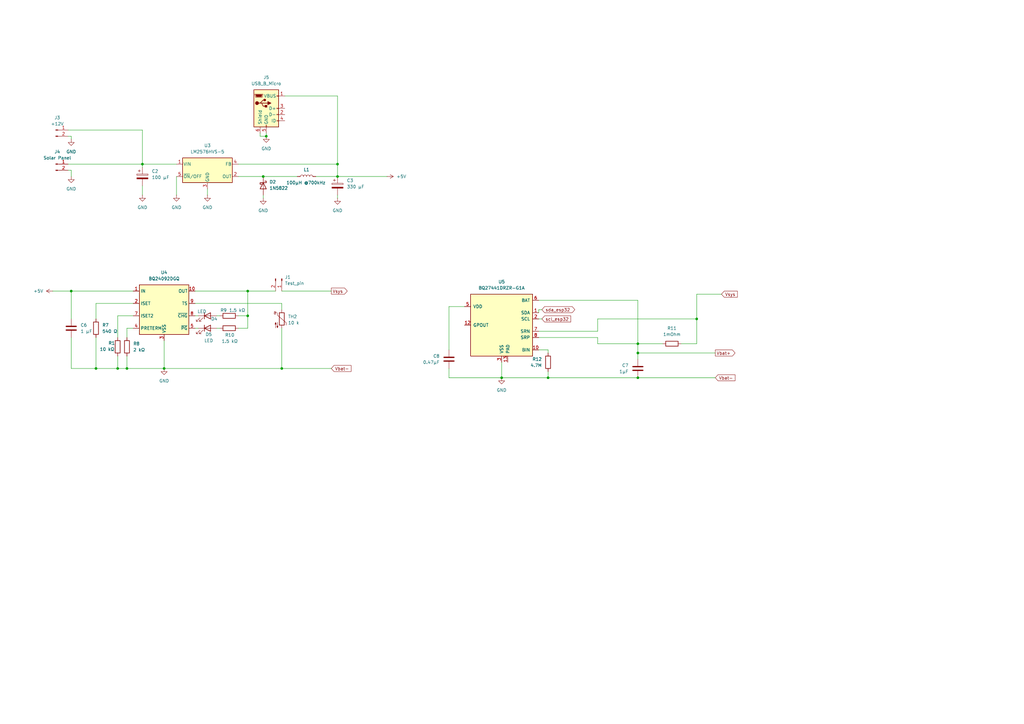
<source format=kicad_sch>
(kicad_sch
	(version 20231120)
	(generator "eeschema")
	(generator_version "8.0")
	(uuid "0a23eae3-22d5-4c59-a877-8a49abc4aab9")
	(paper "A3")
	(lib_symbols
		(symbol "Battery_Management:BQ24090DGQ"
			(exclude_from_sim no)
			(in_bom yes)
			(on_board yes)
			(property "Reference" "U"
				(at -9.398 13.462 0)
				(effects
					(font
						(size 1.27 1.27)
					)
				)
			)
			(property "Value" "BQ24090DGQ"
				(at -3.81 11.43 0)
				(effects
					(font
						(size 1.27 1.27)
					)
				)
			)
			(property "Footprint" "Package_SO:HVSSOP-10-1EP_3x3mm_P0.5mm_EP1.57x1.88mm_ThermalVias"
				(at 0 0 0)
				(effects
					(font
						(size 1.27 1.27)
					)
					(hide yes)
				)
			)
			(property "Datasheet" "http://www.ti.com/lit/ds/symlink/bq24090.pdf"
				(at -7.62 19.05 0)
				(effects
					(font
						(size 1.27 1.27)
					)
					(hide yes)
				)
			)
			(property "Description" "1A, Single-Input, SingleCell Li-Ion and Li-Pol BatteryCharger, HVSSOP-10"
				(at 0 0 0)
				(effects
					(font
						(size 1.27 1.27)
					)
					(hide yes)
				)
			)
			(property "ki_keywords" "battery charger singlecell li-ion li-poly"
				(at 0 0 0)
				(effects
					(font
						(size 1.27 1.27)
					)
					(hide yes)
				)
			)
			(property "ki_fp_filters" "HVSSOP*1EP*3x3mm*P0.5mm*"
				(at 0 0 0)
				(effects
					(font
						(size 1.27 1.27)
					)
					(hide yes)
				)
			)
			(symbol "BQ24090DGQ_0_1"
				(rectangle
					(start -10.16 10.16)
					(end 10.16 -10.16)
					(stroke
						(width 0.254)
						(type default)
					)
					(fill
						(type background)
					)
				)
			)
			(symbol "BQ24090DGQ_1_1"
				(pin power_in line
					(at -12.7 7.62 0)
					(length 2.54)
					(name "IN"
						(effects
							(font
								(size 1.27 1.27)
							)
						)
					)
					(number "1"
						(effects
							(font
								(size 1.27 1.27)
							)
						)
					)
				)
				(pin power_out line
					(at 12.7 7.62 180)
					(length 2.54)
					(name "OUT"
						(effects
							(font
								(size 1.27 1.27)
							)
						)
					)
					(number "10"
						(effects
							(font
								(size 1.27 1.27)
							)
						)
					)
				)
				(pin passive line
					(at 0 -12.7 90)
					(length 2.54) hide
					(name "VSS"
						(effects
							(font
								(size 1.27 1.27)
							)
						)
					)
					(number "11"
						(effects
							(font
								(size 1.27 1.27)
							)
						)
					)
				)
				(pin passive line
					(at -12.7 2.54 0)
					(length 2.54)
					(name "ISET"
						(effects
							(font
								(size 1.27 1.27)
							)
						)
					)
					(number "2"
						(effects
							(font
								(size 1.27 1.27)
							)
						)
					)
				)
				(pin power_in line
					(at 0 -12.7 90)
					(length 2.54)
					(name "VSS"
						(effects
							(font
								(size 1.27 1.27)
							)
						)
					)
					(number "3"
						(effects
							(font
								(size 1.27 1.27)
							)
						)
					)
				)
				(pin passive line
					(at -12.7 -7.62 0)
					(length 2.54)
					(name "PRETERM"
						(effects
							(font
								(size 1.27 1.27)
							)
						)
					)
					(number "4"
						(effects
							(font
								(size 1.27 1.27)
							)
						)
					)
				)
				(pin open_collector line
					(at 12.7 -7.62 180)
					(length 2.54)
					(name "~{PG}"
						(effects
							(font
								(size 1.27 1.27)
							)
						)
					)
					(number "5"
						(effects
							(font
								(size 1.27 1.27)
							)
						)
					)
				)
				(pin no_connect line
					(at 5.08 -10.16 90)
					(length 2.54) hide
					(name "NC"
						(effects
							(font
								(size 1.27 1.27)
							)
						)
					)
					(number "6"
						(effects
							(font
								(size 1.27 1.27)
							)
						)
					)
				)
				(pin passive line
					(at -12.7 -2.54 0)
					(length 2.54)
					(name "ISET2"
						(effects
							(font
								(size 1.27 1.27)
							)
						)
					)
					(number "7"
						(effects
							(font
								(size 1.27 1.27)
							)
						)
					)
				)
				(pin open_collector line
					(at 12.7 -2.54 180)
					(length 2.54)
					(name "~{CHG}"
						(effects
							(font
								(size 1.27 1.27)
							)
						)
					)
					(number "8"
						(effects
							(font
								(size 1.27 1.27)
							)
						)
					)
				)
				(pin passive line
					(at 12.7 2.54 180)
					(length 2.54)
					(name "TS"
						(effects
							(font
								(size 1.27 1.27)
							)
						)
					)
					(number "9"
						(effects
							(font
								(size 1.27 1.27)
							)
						)
					)
				)
			)
		)
		(symbol "Battery_Management:BQ27441DRZR-G1A"
			(pin_names
				(offset 1.016)
			)
			(exclude_from_sim no)
			(in_bom yes)
			(on_board yes)
			(property "Reference" "U"
				(at -5.08 15.875 0)
				(effects
					(font
						(size 1.27 1.27)
					)
					(justify right)
				)
			)
			(property "Value" "BQ27441DRZR-G1A"
				(at -5.08 13.97 0)
				(effects
					(font
						(size 1.27 1.27)
					)
					(justify right)
				)
			)
			(property "Footprint" "Package_SON:Texas_S-PDSO-N12"
				(at 6.35 -13.97 0)
				(effects
					(font
						(size 1.27 1.27)
					)
					(justify left)
					(hide yes)
				)
			)
			(property "Datasheet" "http://www.ti.com/lit/ds/symlink/bq27441-g1.pdf"
				(at 5.08 5.08 0)
				(effects
					(font
						(size 1.27 1.27)
					)
					(hide yes)
				)
			)
			(property "Description" "System Side Li Ion/Polymer Fuel Gauge, 4.2V, PDSON-12"
				(at 0 0 0)
				(effects
					(font
						(size 1.27 1.27)
					)
					(hide yes)
				)
			)
			(property "ki_keywords" "Fuel Gauge"
				(at 0 0 0)
				(effects
					(font
						(size 1.27 1.27)
					)
					(hide yes)
				)
			)
			(property "ki_fp_filters" "*PDSO*N12*"
				(at 0 0 0)
				(effects
					(font
						(size 1.27 1.27)
					)
					(hide yes)
				)
			)
			(symbol "BQ27441DRZR-G1A_0_1"
				(rectangle
					(start -12.7 12.7)
					(end 12.7 -12.7)
					(stroke
						(width 0.254)
						(type default)
					)
					(fill
						(type background)
					)
				)
			)
			(symbol "BQ27441DRZR-G1A_1_1"
				(pin bidirectional line
					(at -15.24 5.08 0)
					(length 2.54)
					(name "SDA"
						(effects
							(font
								(size 1.27 1.27)
							)
						)
					)
					(number "1"
						(effects
							(font
								(size 1.27 1.27)
							)
						)
					)
				)
				(pin input line
					(at -15.24 -10.16 0)
					(length 2.54)
					(name "BIN"
						(effects
							(font
								(size 1.27 1.27)
							)
						)
					)
					(number "10"
						(effects
							(font
								(size 1.27 1.27)
							)
						)
					)
				)
				(pin no_connect line
					(at 10.16 -2.54 180)
					(length 2.54) hide
					(name "NC"
						(effects
							(font
								(size 1.27 1.27)
							)
						)
					)
					(number "11"
						(effects
							(font
								(size 1.27 1.27)
							)
						)
					)
				)
				(pin output line
					(at 15.24 0 180)
					(length 2.54)
					(name "GPOUT"
						(effects
							(font
								(size 1.27 1.27)
							)
						)
					)
					(number "12"
						(effects
							(font
								(size 1.27 1.27)
							)
						)
					)
				)
				(pin power_in line
					(at -2.54 -15.24 90)
					(length 2.54)
					(name "PAD"
						(effects
							(font
								(size 1.27 1.27)
							)
						)
					)
					(number "13"
						(effects
							(font
								(size 1.27 1.27)
							)
						)
					)
				)
				(pin input line
					(at -15.24 2.54 0)
					(length 2.54)
					(name "SCL"
						(effects
							(font
								(size 1.27 1.27)
							)
						)
					)
					(number "2"
						(effects
							(font
								(size 1.27 1.27)
							)
						)
					)
				)
				(pin power_in line
					(at 0 -15.24 90)
					(length 2.54)
					(name "VSS"
						(effects
							(font
								(size 1.27 1.27)
							)
						)
					)
					(number "3"
						(effects
							(font
								(size 1.27 1.27)
							)
						)
					)
				)
				(pin no_connect line
					(at 10.16 -7.62 180)
					(length 2.54) hide
					(name "NC"
						(effects
							(font
								(size 1.27 1.27)
							)
						)
					)
					(number "4"
						(effects
							(font
								(size 1.27 1.27)
							)
						)
					)
				)
				(pin power_out line
					(at 15.24 7.62 180)
					(length 2.54)
					(name "VDD"
						(effects
							(font
								(size 1.27 1.27)
							)
						)
					)
					(number "5"
						(effects
							(font
								(size 1.27 1.27)
							)
						)
					)
				)
				(pin power_in line
					(at -15.24 10.16 0)
					(length 2.54)
					(name "BAT"
						(effects
							(font
								(size 1.27 1.27)
							)
						)
					)
					(number "6"
						(effects
							(font
								(size 1.27 1.27)
							)
						)
					)
				)
				(pin input line
					(at -15.24 -2.54 0)
					(length 2.54)
					(name "SRN"
						(effects
							(font
								(size 1.27 1.27)
							)
						)
					)
					(number "7"
						(effects
							(font
								(size 1.27 1.27)
							)
						)
					)
				)
				(pin input line
					(at -15.24 -5.08 0)
					(length 2.54)
					(name "SRP"
						(effects
							(font
								(size 1.27 1.27)
							)
						)
					)
					(number "8"
						(effects
							(font
								(size 1.27 1.27)
							)
						)
					)
				)
				(pin no_connect line
					(at 10.16 -5.08 180)
					(length 2.54) hide
					(name "NC"
						(effects
							(font
								(size 1.27 1.27)
							)
						)
					)
					(number "9"
						(effects
							(font
								(size 1.27 1.27)
							)
						)
					)
				)
			)
		)
		(symbol "Connector:Conn_01x02_Pin"
			(pin_names
				(offset 1.016) hide)
			(exclude_from_sim no)
			(in_bom yes)
			(on_board yes)
			(property "Reference" "J"
				(at 0 2.54 0)
				(effects
					(font
						(size 1.27 1.27)
					)
				)
			)
			(property "Value" "Conn_01x02_Pin"
				(at 0 -5.08 0)
				(effects
					(font
						(size 1.27 1.27)
					)
				)
			)
			(property "Footprint" ""
				(at 0 0 0)
				(effects
					(font
						(size 1.27 1.27)
					)
					(hide yes)
				)
			)
			(property "Datasheet" "~"
				(at 0 0 0)
				(effects
					(font
						(size 1.27 1.27)
					)
					(hide yes)
				)
			)
			(property "Description" "Generic connector, single row, 01x02, script generated"
				(at 0 0 0)
				(effects
					(font
						(size 1.27 1.27)
					)
					(hide yes)
				)
			)
			(property "ki_locked" ""
				(at 0 0 0)
				(effects
					(font
						(size 1.27 1.27)
					)
				)
			)
			(property "ki_keywords" "connector"
				(at 0 0 0)
				(effects
					(font
						(size 1.27 1.27)
					)
					(hide yes)
				)
			)
			(property "ki_fp_filters" "Connector*:*_1x??_*"
				(at 0 0 0)
				(effects
					(font
						(size 1.27 1.27)
					)
					(hide yes)
				)
			)
			(symbol "Conn_01x02_Pin_1_1"
				(polyline
					(pts
						(xy 1.27 -2.54) (xy 0.8636 -2.54)
					)
					(stroke
						(width 0.1524)
						(type default)
					)
					(fill
						(type none)
					)
				)
				(polyline
					(pts
						(xy 1.27 0) (xy 0.8636 0)
					)
					(stroke
						(width 0.1524)
						(type default)
					)
					(fill
						(type none)
					)
				)
				(rectangle
					(start 0.8636 -2.413)
					(end 0 -2.667)
					(stroke
						(width 0.1524)
						(type default)
					)
					(fill
						(type outline)
					)
				)
				(rectangle
					(start 0.8636 0.127)
					(end 0 -0.127)
					(stroke
						(width 0.1524)
						(type default)
					)
					(fill
						(type outline)
					)
				)
				(pin passive line
					(at 5.08 0 180)
					(length 3.81)
					(name "Pin_1"
						(effects
							(font
								(size 1.27 1.27)
							)
						)
					)
					(number "1"
						(effects
							(font
								(size 1.27 1.27)
							)
						)
					)
				)
				(pin passive line
					(at 5.08 -2.54 180)
					(length 3.81)
					(name "Pin_2"
						(effects
							(font
								(size 1.27 1.27)
							)
						)
					)
					(number "2"
						(effects
							(font
								(size 1.27 1.27)
							)
						)
					)
				)
			)
		)
		(symbol "Connector:USB_B_Micro"
			(pin_names
				(offset 1.016)
			)
			(exclude_from_sim no)
			(in_bom yes)
			(on_board yes)
			(property "Reference" "J"
				(at -5.08 11.43 0)
				(effects
					(font
						(size 1.27 1.27)
					)
					(justify left)
				)
			)
			(property "Value" "USB_B_Micro"
				(at -5.08 8.89 0)
				(effects
					(font
						(size 1.27 1.27)
					)
					(justify left)
				)
			)
			(property "Footprint" ""
				(at 3.81 -1.27 0)
				(effects
					(font
						(size 1.27 1.27)
					)
					(hide yes)
				)
			)
			(property "Datasheet" "~"
				(at 3.81 -1.27 0)
				(effects
					(font
						(size 1.27 1.27)
					)
					(hide yes)
				)
			)
			(property "Description" "USB Micro Type B connector"
				(at 0 0 0)
				(effects
					(font
						(size 1.27 1.27)
					)
					(hide yes)
				)
			)
			(property "ki_keywords" "connector USB micro"
				(at 0 0 0)
				(effects
					(font
						(size 1.27 1.27)
					)
					(hide yes)
				)
			)
			(property "ki_fp_filters" "USB*"
				(at 0 0 0)
				(effects
					(font
						(size 1.27 1.27)
					)
					(hide yes)
				)
			)
			(symbol "USB_B_Micro_0_1"
				(rectangle
					(start -5.08 -7.62)
					(end 5.08 7.62)
					(stroke
						(width 0.254)
						(type default)
					)
					(fill
						(type background)
					)
				)
				(circle
					(center -3.81 2.159)
					(radius 0.635)
					(stroke
						(width 0.254)
						(type default)
					)
					(fill
						(type outline)
					)
				)
				(circle
					(center -0.635 3.429)
					(radius 0.381)
					(stroke
						(width 0.254)
						(type default)
					)
					(fill
						(type outline)
					)
				)
				(rectangle
					(start -0.127 -7.62)
					(end 0.127 -6.858)
					(stroke
						(width 0)
						(type default)
					)
					(fill
						(type none)
					)
				)
				(polyline
					(pts
						(xy -1.905 2.159) (xy 0.635 2.159)
					)
					(stroke
						(width 0.254)
						(type default)
					)
					(fill
						(type none)
					)
				)
				(polyline
					(pts
						(xy -3.175 2.159) (xy -2.54 2.159) (xy -1.27 3.429) (xy -0.635 3.429)
					)
					(stroke
						(width 0.254)
						(type default)
					)
					(fill
						(type none)
					)
				)
				(polyline
					(pts
						(xy -2.54 2.159) (xy -1.905 2.159) (xy -1.27 0.889) (xy 0 0.889)
					)
					(stroke
						(width 0.254)
						(type default)
					)
					(fill
						(type none)
					)
				)
				(polyline
					(pts
						(xy 0.635 2.794) (xy 0.635 1.524) (xy 1.905 2.159) (xy 0.635 2.794)
					)
					(stroke
						(width 0.254)
						(type default)
					)
					(fill
						(type outline)
					)
				)
				(polyline
					(pts
						(xy -4.318 5.588) (xy -1.778 5.588) (xy -2.032 4.826) (xy -4.064 4.826) (xy -4.318 5.588)
					)
					(stroke
						(width 0)
						(type default)
					)
					(fill
						(type outline)
					)
				)
				(polyline
					(pts
						(xy -4.699 5.842) (xy -4.699 5.588) (xy -4.445 4.826) (xy -4.445 4.572) (xy -1.651 4.572) (xy -1.651 4.826)
						(xy -1.397 5.588) (xy -1.397 5.842) (xy -4.699 5.842)
					)
					(stroke
						(width 0)
						(type default)
					)
					(fill
						(type none)
					)
				)
				(rectangle
					(start 0.254 1.27)
					(end -0.508 0.508)
					(stroke
						(width 0.254)
						(type default)
					)
					(fill
						(type outline)
					)
				)
				(rectangle
					(start 5.08 -5.207)
					(end 4.318 -4.953)
					(stroke
						(width 0)
						(type default)
					)
					(fill
						(type none)
					)
				)
				(rectangle
					(start 5.08 -2.667)
					(end 4.318 -2.413)
					(stroke
						(width 0)
						(type default)
					)
					(fill
						(type none)
					)
				)
				(rectangle
					(start 5.08 -0.127)
					(end 4.318 0.127)
					(stroke
						(width 0)
						(type default)
					)
					(fill
						(type none)
					)
				)
				(rectangle
					(start 5.08 4.953)
					(end 4.318 5.207)
					(stroke
						(width 0)
						(type default)
					)
					(fill
						(type none)
					)
				)
			)
			(symbol "USB_B_Micro_1_1"
				(pin power_out line
					(at 7.62 5.08 180)
					(length 2.54)
					(name "VBUS"
						(effects
							(font
								(size 1.27 1.27)
							)
						)
					)
					(number "1"
						(effects
							(font
								(size 1.27 1.27)
							)
						)
					)
				)
				(pin bidirectional line
					(at 7.62 -2.54 180)
					(length 2.54)
					(name "D-"
						(effects
							(font
								(size 1.27 1.27)
							)
						)
					)
					(number "2"
						(effects
							(font
								(size 1.27 1.27)
							)
						)
					)
				)
				(pin bidirectional line
					(at 7.62 0 180)
					(length 2.54)
					(name "D+"
						(effects
							(font
								(size 1.27 1.27)
							)
						)
					)
					(number "3"
						(effects
							(font
								(size 1.27 1.27)
							)
						)
					)
				)
				(pin passive line
					(at 7.62 -5.08 180)
					(length 2.54)
					(name "ID"
						(effects
							(font
								(size 1.27 1.27)
							)
						)
					)
					(number "4"
						(effects
							(font
								(size 1.27 1.27)
							)
						)
					)
				)
				(pin power_out line
					(at 0 -10.16 90)
					(length 2.54)
					(name "GND"
						(effects
							(font
								(size 1.27 1.27)
							)
						)
					)
					(number "5"
						(effects
							(font
								(size 1.27 1.27)
							)
						)
					)
				)
				(pin passive line
					(at -2.54 -10.16 90)
					(length 2.54)
					(name "Shield"
						(effects
							(font
								(size 1.27 1.27)
							)
						)
					)
					(number "6"
						(effects
							(font
								(size 1.27 1.27)
							)
						)
					)
				)
			)
		)
		(symbol "Device:C"
			(pin_numbers hide)
			(pin_names
				(offset 0.254)
			)
			(exclude_from_sim no)
			(in_bom yes)
			(on_board yes)
			(property "Reference" "C"
				(at 0.635 2.54 0)
				(effects
					(font
						(size 1.27 1.27)
					)
					(justify left)
				)
			)
			(property "Value" "C"
				(at 0.635 -2.54 0)
				(effects
					(font
						(size 1.27 1.27)
					)
					(justify left)
				)
			)
			(property "Footprint" ""
				(at 0.9652 -3.81 0)
				(effects
					(font
						(size 1.27 1.27)
					)
					(hide yes)
				)
			)
			(property "Datasheet" "~"
				(at 0 0 0)
				(effects
					(font
						(size 1.27 1.27)
					)
					(hide yes)
				)
			)
			(property "Description" "Unpolarized capacitor"
				(at 0 0 0)
				(effects
					(font
						(size 1.27 1.27)
					)
					(hide yes)
				)
			)
			(property "ki_keywords" "cap capacitor"
				(at 0 0 0)
				(effects
					(font
						(size 1.27 1.27)
					)
					(hide yes)
				)
			)
			(property "ki_fp_filters" "C_*"
				(at 0 0 0)
				(effects
					(font
						(size 1.27 1.27)
					)
					(hide yes)
				)
			)
			(symbol "C_0_1"
				(polyline
					(pts
						(xy -2.032 -0.762) (xy 2.032 -0.762)
					)
					(stroke
						(width 0.508)
						(type default)
					)
					(fill
						(type none)
					)
				)
				(polyline
					(pts
						(xy -2.032 0.762) (xy 2.032 0.762)
					)
					(stroke
						(width 0.508)
						(type default)
					)
					(fill
						(type none)
					)
				)
			)
			(symbol "C_1_1"
				(pin passive line
					(at 0 3.81 270)
					(length 2.794)
					(name "~"
						(effects
							(font
								(size 1.27 1.27)
							)
						)
					)
					(number "1"
						(effects
							(font
								(size 1.27 1.27)
							)
						)
					)
				)
				(pin passive line
					(at 0 -3.81 90)
					(length 2.794)
					(name "~"
						(effects
							(font
								(size 1.27 1.27)
							)
						)
					)
					(number "2"
						(effects
							(font
								(size 1.27 1.27)
							)
						)
					)
				)
			)
		)
		(symbol "Device:C_Polarized"
			(pin_numbers hide)
			(pin_names
				(offset 0.254)
			)
			(exclude_from_sim no)
			(in_bom yes)
			(on_board yes)
			(property "Reference" "C"
				(at 0.635 2.54 0)
				(effects
					(font
						(size 1.27 1.27)
					)
					(justify left)
				)
			)
			(property "Value" "C_Polarized"
				(at 0.635 -2.54 0)
				(effects
					(font
						(size 1.27 1.27)
					)
					(justify left)
				)
			)
			(property "Footprint" ""
				(at 0.9652 -3.81 0)
				(effects
					(font
						(size 1.27 1.27)
					)
					(hide yes)
				)
			)
			(property "Datasheet" "~"
				(at 0 0 0)
				(effects
					(font
						(size 1.27 1.27)
					)
					(hide yes)
				)
			)
			(property "Description" "Polarized capacitor"
				(at 0 0 0)
				(effects
					(font
						(size 1.27 1.27)
					)
					(hide yes)
				)
			)
			(property "ki_keywords" "cap capacitor"
				(at 0 0 0)
				(effects
					(font
						(size 1.27 1.27)
					)
					(hide yes)
				)
			)
			(property "ki_fp_filters" "CP_*"
				(at 0 0 0)
				(effects
					(font
						(size 1.27 1.27)
					)
					(hide yes)
				)
			)
			(symbol "C_Polarized_0_1"
				(rectangle
					(start -2.286 0.508)
					(end 2.286 1.016)
					(stroke
						(width 0)
						(type default)
					)
					(fill
						(type none)
					)
				)
				(polyline
					(pts
						(xy -1.778 2.286) (xy -0.762 2.286)
					)
					(stroke
						(width 0)
						(type default)
					)
					(fill
						(type none)
					)
				)
				(polyline
					(pts
						(xy -1.27 2.794) (xy -1.27 1.778)
					)
					(stroke
						(width 0)
						(type default)
					)
					(fill
						(type none)
					)
				)
				(rectangle
					(start 2.286 -0.508)
					(end -2.286 -1.016)
					(stroke
						(width 0)
						(type default)
					)
					(fill
						(type outline)
					)
				)
			)
			(symbol "C_Polarized_1_1"
				(pin passive line
					(at 0 3.81 270)
					(length 2.794)
					(name "~"
						(effects
							(font
								(size 1.27 1.27)
							)
						)
					)
					(number "1"
						(effects
							(font
								(size 1.27 1.27)
							)
						)
					)
				)
				(pin passive line
					(at 0 -3.81 90)
					(length 2.794)
					(name "~"
						(effects
							(font
								(size 1.27 1.27)
							)
						)
					)
					(number "2"
						(effects
							(font
								(size 1.27 1.27)
							)
						)
					)
				)
			)
		)
		(symbol "Device:L"
			(pin_numbers hide)
			(pin_names
				(offset 1.016) hide)
			(exclude_from_sim no)
			(in_bom yes)
			(on_board yes)
			(property "Reference" "L"
				(at -1.27 0 90)
				(effects
					(font
						(size 1.27 1.27)
					)
				)
			)
			(property "Value" "L"
				(at 1.905 0 90)
				(effects
					(font
						(size 1.27 1.27)
					)
				)
			)
			(property "Footprint" ""
				(at 0 0 0)
				(effects
					(font
						(size 1.27 1.27)
					)
					(hide yes)
				)
			)
			(property "Datasheet" "~"
				(at 0 0 0)
				(effects
					(font
						(size 1.27 1.27)
					)
					(hide yes)
				)
			)
			(property "Description" "Inductor"
				(at 0 0 0)
				(effects
					(font
						(size 1.27 1.27)
					)
					(hide yes)
				)
			)
			(property "ki_keywords" "inductor choke coil reactor magnetic"
				(at 0 0 0)
				(effects
					(font
						(size 1.27 1.27)
					)
					(hide yes)
				)
			)
			(property "ki_fp_filters" "Choke_* *Coil* Inductor_* L_*"
				(at 0 0 0)
				(effects
					(font
						(size 1.27 1.27)
					)
					(hide yes)
				)
			)
			(symbol "L_0_1"
				(arc
					(start 0 -2.54)
					(mid 0.6323 -1.905)
					(end 0 -1.27)
					(stroke
						(width 0)
						(type default)
					)
					(fill
						(type none)
					)
				)
				(arc
					(start 0 -1.27)
					(mid 0.6323 -0.635)
					(end 0 0)
					(stroke
						(width 0)
						(type default)
					)
					(fill
						(type none)
					)
				)
				(arc
					(start 0 0)
					(mid 0.6323 0.635)
					(end 0 1.27)
					(stroke
						(width 0)
						(type default)
					)
					(fill
						(type none)
					)
				)
				(arc
					(start 0 1.27)
					(mid 0.6323 1.905)
					(end 0 2.54)
					(stroke
						(width 0)
						(type default)
					)
					(fill
						(type none)
					)
				)
			)
			(symbol "L_1_1"
				(pin passive line
					(at 0 3.81 270)
					(length 1.27)
					(name "1"
						(effects
							(font
								(size 1.27 1.27)
							)
						)
					)
					(number "1"
						(effects
							(font
								(size 1.27 1.27)
							)
						)
					)
				)
				(pin passive line
					(at 0 -3.81 90)
					(length 1.27)
					(name "2"
						(effects
							(font
								(size 1.27 1.27)
							)
						)
					)
					(number "2"
						(effects
							(font
								(size 1.27 1.27)
							)
						)
					)
				)
			)
		)
		(symbol "Device:LED"
			(pin_numbers hide)
			(pin_names
				(offset 1.016) hide)
			(exclude_from_sim no)
			(in_bom yes)
			(on_board yes)
			(property "Reference" "D"
				(at 0 2.54 0)
				(effects
					(font
						(size 1.27 1.27)
					)
				)
			)
			(property "Value" "LED"
				(at 0 -2.54 0)
				(effects
					(font
						(size 1.27 1.27)
					)
				)
			)
			(property "Footprint" ""
				(at 0 0 0)
				(effects
					(font
						(size 1.27 1.27)
					)
					(hide yes)
				)
			)
			(property "Datasheet" "~"
				(at 0 0 0)
				(effects
					(font
						(size 1.27 1.27)
					)
					(hide yes)
				)
			)
			(property "Description" "Light emitting diode"
				(at 0 0 0)
				(effects
					(font
						(size 1.27 1.27)
					)
					(hide yes)
				)
			)
			(property "ki_keywords" "LED diode"
				(at 0 0 0)
				(effects
					(font
						(size 1.27 1.27)
					)
					(hide yes)
				)
			)
			(property "ki_fp_filters" "LED* LED_SMD:* LED_THT:*"
				(at 0 0 0)
				(effects
					(font
						(size 1.27 1.27)
					)
					(hide yes)
				)
			)
			(symbol "LED_0_1"
				(polyline
					(pts
						(xy -1.27 -1.27) (xy -1.27 1.27)
					)
					(stroke
						(width 0.254)
						(type default)
					)
					(fill
						(type none)
					)
				)
				(polyline
					(pts
						(xy -1.27 0) (xy 1.27 0)
					)
					(stroke
						(width 0)
						(type default)
					)
					(fill
						(type none)
					)
				)
				(polyline
					(pts
						(xy 1.27 -1.27) (xy 1.27 1.27) (xy -1.27 0) (xy 1.27 -1.27)
					)
					(stroke
						(width 0.254)
						(type default)
					)
					(fill
						(type none)
					)
				)
				(polyline
					(pts
						(xy -3.048 -0.762) (xy -4.572 -2.286) (xy -3.81 -2.286) (xy -4.572 -2.286) (xy -4.572 -1.524)
					)
					(stroke
						(width 0)
						(type default)
					)
					(fill
						(type none)
					)
				)
				(polyline
					(pts
						(xy -1.778 -0.762) (xy -3.302 -2.286) (xy -2.54 -2.286) (xy -3.302 -2.286) (xy -3.302 -1.524)
					)
					(stroke
						(width 0)
						(type default)
					)
					(fill
						(type none)
					)
				)
			)
			(symbol "LED_1_1"
				(pin passive line
					(at -3.81 0 0)
					(length 2.54)
					(name "K"
						(effects
							(font
								(size 1.27 1.27)
							)
						)
					)
					(number "1"
						(effects
							(font
								(size 1.27 1.27)
							)
						)
					)
				)
				(pin passive line
					(at 3.81 0 180)
					(length 2.54)
					(name "A"
						(effects
							(font
								(size 1.27 1.27)
							)
						)
					)
					(number "2"
						(effects
							(font
								(size 1.27 1.27)
							)
						)
					)
				)
			)
		)
		(symbol "Device:R"
			(pin_numbers hide)
			(pin_names
				(offset 0)
			)
			(exclude_from_sim no)
			(in_bom yes)
			(on_board yes)
			(property "Reference" "R"
				(at 2.032 0 90)
				(effects
					(font
						(size 1.27 1.27)
					)
				)
			)
			(property "Value" "R"
				(at 0 0 90)
				(effects
					(font
						(size 1.27 1.27)
					)
				)
			)
			(property "Footprint" ""
				(at -1.778 0 90)
				(effects
					(font
						(size 1.27 1.27)
					)
					(hide yes)
				)
			)
			(property "Datasheet" "~"
				(at 0 0 0)
				(effects
					(font
						(size 1.27 1.27)
					)
					(hide yes)
				)
			)
			(property "Description" "Resistor"
				(at 0 0 0)
				(effects
					(font
						(size 1.27 1.27)
					)
					(hide yes)
				)
			)
			(property "ki_keywords" "R res resistor"
				(at 0 0 0)
				(effects
					(font
						(size 1.27 1.27)
					)
					(hide yes)
				)
			)
			(property "ki_fp_filters" "R_*"
				(at 0 0 0)
				(effects
					(font
						(size 1.27 1.27)
					)
					(hide yes)
				)
			)
			(symbol "R_0_1"
				(rectangle
					(start -1.016 -2.54)
					(end 1.016 2.54)
					(stroke
						(width 0.254)
						(type default)
					)
					(fill
						(type none)
					)
				)
			)
			(symbol "R_1_1"
				(pin passive line
					(at 0 3.81 270)
					(length 1.27)
					(name "~"
						(effects
							(font
								(size 1.27 1.27)
							)
						)
					)
					(number "1"
						(effects
							(font
								(size 1.27 1.27)
							)
						)
					)
				)
				(pin passive line
					(at 0 -3.81 90)
					(length 1.27)
					(name "~"
						(effects
							(font
								(size 1.27 1.27)
							)
						)
					)
					(number "2"
						(effects
							(font
								(size 1.27 1.27)
							)
						)
					)
				)
			)
		)
		(symbol "Device:Thermistor_NTC"
			(pin_numbers hide)
			(pin_names
				(offset 0)
			)
			(exclude_from_sim no)
			(in_bom yes)
			(on_board yes)
			(property "Reference" "TH"
				(at -4.445 0 90)
				(effects
					(font
						(size 1.27 1.27)
					)
				)
			)
			(property "Value" "Thermistor_NTC"
				(at 3.175 0 90)
				(effects
					(font
						(size 1.27 1.27)
					)
				)
			)
			(property "Footprint" ""
				(at 0 1.27 0)
				(effects
					(font
						(size 1.27 1.27)
					)
					(hide yes)
				)
			)
			(property "Datasheet" "~"
				(at 0 1.27 0)
				(effects
					(font
						(size 1.27 1.27)
					)
					(hide yes)
				)
			)
			(property "Description" "Temperature dependent resistor, negative temperature coefficient"
				(at 0 0 0)
				(effects
					(font
						(size 1.27 1.27)
					)
					(hide yes)
				)
			)
			(property "ki_keywords" "thermistor NTC resistor sensor RTD"
				(at 0 0 0)
				(effects
					(font
						(size 1.27 1.27)
					)
					(hide yes)
				)
			)
			(property "ki_fp_filters" "*NTC* *Thermistor* PIN?ARRAY* bornier* *Terminal?Block* R_*"
				(at 0 0 0)
				(effects
					(font
						(size 1.27 1.27)
					)
					(hide yes)
				)
			)
			(symbol "Thermistor_NTC_0_1"
				(arc
					(start -3.048 2.159)
					(mid -3.0495 2.3143)
					(end -3.175 2.413)
					(stroke
						(width 0)
						(type default)
					)
					(fill
						(type none)
					)
				)
				(arc
					(start -3.048 2.159)
					(mid -2.9736 1.9794)
					(end -2.794 1.905)
					(stroke
						(width 0)
						(type default)
					)
					(fill
						(type none)
					)
				)
				(arc
					(start -3.048 2.794)
					(mid -2.9736 2.6144)
					(end -2.794 2.54)
					(stroke
						(width 0)
						(type default)
					)
					(fill
						(type none)
					)
				)
				(arc
					(start -2.794 1.905)
					(mid -2.6144 1.9794)
					(end -2.54 2.159)
					(stroke
						(width 0)
						(type default)
					)
					(fill
						(type none)
					)
				)
				(arc
					(start -2.794 2.54)
					(mid -2.4393 2.5587)
					(end -2.159 2.794)
					(stroke
						(width 0)
						(type default)
					)
					(fill
						(type none)
					)
				)
				(arc
					(start -2.794 3.048)
					(mid -2.9736 2.9736)
					(end -3.048 2.794)
					(stroke
						(width 0)
						(type default)
					)
					(fill
						(type none)
					)
				)
				(arc
					(start -2.54 2.794)
					(mid -2.6144 2.9736)
					(end -2.794 3.048)
					(stroke
						(width 0)
						(type default)
					)
					(fill
						(type none)
					)
				)
				(rectangle
					(start -1.016 2.54)
					(end 1.016 -2.54)
					(stroke
						(width 0.254)
						(type default)
					)
					(fill
						(type none)
					)
				)
				(polyline
					(pts
						(xy -2.54 2.159) (xy -2.54 2.794)
					)
					(stroke
						(width 0)
						(type default)
					)
					(fill
						(type none)
					)
				)
				(polyline
					(pts
						(xy -1.778 2.54) (xy -1.778 1.524) (xy 1.778 -1.524) (xy 1.778 -2.54)
					)
					(stroke
						(width 0)
						(type default)
					)
					(fill
						(type none)
					)
				)
				(polyline
					(pts
						(xy -2.54 -3.683) (xy -2.54 -1.397) (xy -2.794 -2.159) (xy -2.286 -2.159) (xy -2.54 -1.397) (xy -2.54 -1.651)
					)
					(stroke
						(width 0)
						(type default)
					)
					(fill
						(type outline)
					)
				)
				(polyline
					(pts
						(xy -1.778 -1.397) (xy -1.778 -3.683) (xy -2.032 -2.921) (xy -1.524 -2.921) (xy -1.778 -3.683)
						(xy -1.778 -3.429)
					)
					(stroke
						(width 0)
						(type default)
					)
					(fill
						(type outline)
					)
				)
			)
			(symbol "Thermistor_NTC_1_1"
				(pin passive line
					(at 0 3.81 270)
					(length 1.27)
					(name "~"
						(effects
							(font
								(size 1.27 1.27)
							)
						)
					)
					(number "1"
						(effects
							(font
								(size 1.27 1.27)
							)
						)
					)
				)
				(pin passive line
					(at 0 -3.81 90)
					(length 1.27)
					(name "~"
						(effects
							(font
								(size 1.27 1.27)
							)
						)
					)
					(number "2"
						(effects
							(font
								(size 1.27 1.27)
							)
						)
					)
				)
			)
		)
		(symbol "Diode:1N5822"
			(pin_numbers hide)
			(pin_names
				(offset 1.016) hide)
			(exclude_from_sim no)
			(in_bom yes)
			(on_board yes)
			(property "Reference" "D"
				(at 0 2.54 0)
				(effects
					(font
						(size 1.27 1.27)
					)
				)
			)
			(property "Value" "1N5822"
				(at 0 -2.54 0)
				(effects
					(font
						(size 1.27 1.27)
					)
				)
			)
			(property "Footprint" "Diode_THT:D_DO-201AD_P15.24mm_Horizontal"
				(at 0 -4.445 0)
				(effects
					(font
						(size 1.27 1.27)
					)
					(hide yes)
				)
			)
			(property "Datasheet" "http://www.vishay.com/docs/88526/1n5820.pdf"
				(at 0 0 0)
				(effects
					(font
						(size 1.27 1.27)
					)
					(hide yes)
				)
			)
			(property "Description" "40V 3A Schottky Barrier Rectifier Diode, DO-201AD"
				(at 0 0 0)
				(effects
					(font
						(size 1.27 1.27)
					)
					(hide yes)
				)
			)
			(property "ki_keywords" "diode Schottky"
				(at 0 0 0)
				(effects
					(font
						(size 1.27 1.27)
					)
					(hide yes)
				)
			)
			(property "ki_fp_filters" "D*DO?201AD*"
				(at 0 0 0)
				(effects
					(font
						(size 1.27 1.27)
					)
					(hide yes)
				)
			)
			(symbol "1N5822_0_1"
				(polyline
					(pts
						(xy 1.27 0) (xy -1.27 0)
					)
					(stroke
						(width 0)
						(type default)
					)
					(fill
						(type none)
					)
				)
				(polyline
					(pts
						(xy 1.27 1.27) (xy 1.27 -1.27) (xy -1.27 0) (xy 1.27 1.27)
					)
					(stroke
						(width 0.254)
						(type default)
					)
					(fill
						(type none)
					)
				)
				(polyline
					(pts
						(xy -1.905 0.635) (xy -1.905 1.27) (xy -1.27 1.27) (xy -1.27 -1.27) (xy -0.635 -1.27) (xy -0.635 -0.635)
					)
					(stroke
						(width 0.254)
						(type default)
					)
					(fill
						(type none)
					)
				)
			)
			(symbol "1N5822_1_1"
				(pin passive line
					(at -3.81 0 0)
					(length 2.54)
					(name "K"
						(effects
							(font
								(size 1.27 1.27)
							)
						)
					)
					(number "1"
						(effects
							(font
								(size 1.27 1.27)
							)
						)
					)
				)
				(pin passive line
					(at 3.81 0 180)
					(length 2.54)
					(name "A"
						(effects
							(font
								(size 1.27 1.27)
							)
						)
					)
					(number "2"
						(effects
							(font
								(size 1.27 1.27)
							)
						)
					)
				)
			)
		)
		(symbol "Regulator_Switching:LM2576HVS-5"
			(pin_names
				(offset 0.254)
			)
			(exclude_from_sim no)
			(in_bom yes)
			(on_board yes)
			(property "Reference" "U"
				(at -10.16 6.35 0)
				(effects
					(font
						(size 1.27 1.27)
					)
					(justify left)
				)
			)
			(property "Value" "LM2576HVS-5"
				(at 0 6.35 0)
				(effects
					(font
						(size 1.27 1.27)
					)
					(justify left)
				)
			)
			(property "Footprint" "Package_TO_SOT_SMD:TO-263-5_TabPin3"
				(at 0 -6.35 0)
				(effects
					(font
						(size 1.27 1.27)
						(italic yes)
					)
					(justify left)
					(hide yes)
				)
			)
			(property "Datasheet" "http://www.ti.com/lit/ds/symlink/lm2576.pdf"
				(at 0 0 0)
				(effects
					(font
						(size 1.27 1.27)
					)
					(hide yes)
				)
			)
			(property "Description" "5V 3A, SIMPLE SWITCHER® Step-Down Voltage Regulator, High Voltage Input, TO-263"
				(at 0 0 0)
				(effects
					(font
						(size 1.27 1.27)
					)
					(hide yes)
				)
			)
			(property "ki_keywords" "Step-Down Voltage Regulator 5V 3A High Voltage"
				(at 0 0 0)
				(effects
					(font
						(size 1.27 1.27)
					)
					(hide yes)
				)
			)
			(property "ki_fp_filters" "TO?263*"
				(at 0 0 0)
				(effects
					(font
						(size 1.27 1.27)
					)
					(hide yes)
				)
			)
			(symbol "LM2576HVS-5_0_1"
				(rectangle
					(start -10.16 5.08)
					(end 10.16 -5.08)
					(stroke
						(width 0.254)
						(type default)
					)
					(fill
						(type background)
					)
				)
			)
			(symbol "LM2576HVS-5_1_1"
				(pin power_in line
					(at -12.7 2.54 0)
					(length 2.54)
					(name "VIN"
						(effects
							(font
								(size 1.27 1.27)
							)
						)
					)
					(number "1"
						(effects
							(font
								(size 1.27 1.27)
							)
						)
					)
				)
				(pin output line
					(at 12.7 -2.54 180)
					(length 2.54)
					(name "OUT"
						(effects
							(font
								(size 1.27 1.27)
							)
						)
					)
					(number "2"
						(effects
							(font
								(size 1.27 1.27)
							)
						)
					)
				)
				(pin power_in line
					(at 0 -7.62 90)
					(length 2.54)
					(name "GND"
						(effects
							(font
								(size 1.27 1.27)
							)
						)
					)
					(number "3"
						(effects
							(font
								(size 1.27 1.27)
							)
						)
					)
				)
				(pin input line
					(at 12.7 2.54 180)
					(length 2.54)
					(name "FB"
						(effects
							(font
								(size 1.27 1.27)
							)
						)
					)
					(number "4"
						(effects
							(font
								(size 1.27 1.27)
							)
						)
					)
				)
				(pin input line
					(at -12.7 -2.54 0)
					(length 2.54)
					(name "~{ON}/OFF"
						(effects
							(font
								(size 1.27 1.27)
							)
						)
					)
					(number "5"
						(effects
							(font
								(size 1.27 1.27)
							)
						)
					)
				)
			)
		)
		(symbol "power:+5V"
			(power)
			(pin_numbers hide)
			(pin_names
				(offset 0) hide)
			(exclude_from_sim no)
			(in_bom yes)
			(on_board yes)
			(property "Reference" "#PWR"
				(at 0 -3.81 0)
				(effects
					(font
						(size 1.27 1.27)
					)
					(hide yes)
				)
			)
			(property "Value" "+5V"
				(at 0 3.556 0)
				(effects
					(font
						(size 1.27 1.27)
					)
				)
			)
			(property "Footprint" ""
				(at 0 0 0)
				(effects
					(font
						(size 1.27 1.27)
					)
					(hide yes)
				)
			)
			(property "Datasheet" ""
				(at 0 0 0)
				(effects
					(font
						(size 1.27 1.27)
					)
					(hide yes)
				)
			)
			(property "Description" "Power symbol creates a global label with name \"+5V\""
				(at 0 0 0)
				(effects
					(font
						(size 1.27 1.27)
					)
					(hide yes)
				)
			)
			(property "ki_keywords" "global power"
				(at 0 0 0)
				(effects
					(font
						(size 1.27 1.27)
					)
					(hide yes)
				)
			)
			(symbol "+5V_0_1"
				(polyline
					(pts
						(xy -0.762 1.27) (xy 0 2.54)
					)
					(stroke
						(width 0)
						(type default)
					)
					(fill
						(type none)
					)
				)
				(polyline
					(pts
						(xy 0 0) (xy 0 2.54)
					)
					(stroke
						(width 0)
						(type default)
					)
					(fill
						(type none)
					)
				)
				(polyline
					(pts
						(xy 0 2.54) (xy 0.762 1.27)
					)
					(stroke
						(width 0)
						(type default)
					)
					(fill
						(type none)
					)
				)
			)
			(symbol "+5V_1_1"
				(pin power_in line
					(at 0 0 90)
					(length 0)
					(name "~"
						(effects
							(font
								(size 1.27 1.27)
							)
						)
					)
					(number "1"
						(effects
							(font
								(size 1.27 1.27)
							)
						)
					)
				)
			)
		)
		(symbol "power:GND"
			(power)
			(pin_numbers hide)
			(pin_names
				(offset 0) hide)
			(exclude_from_sim no)
			(in_bom yes)
			(on_board yes)
			(property "Reference" "#PWR"
				(at 0 -6.35 0)
				(effects
					(font
						(size 1.27 1.27)
					)
					(hide yes)
				)
			)
			(property "Value" "GND"
				(at 0 -3.81 0)
				(effects
					(font
						(size 1.27 1.27)
					)
				)
			)
			(property "Footprint" ""
				(at 0 0 0)
				(effects
					(font
						(size 1.27 1.27)
					)
					(hide yes)
				)
			)
			(property "Datasheet" ""
				(at 0 0 0)
				(effects
					(font
						(size 1.27 1.27)
					)
					(hide yes)
				)
			)
			(property "Description" "Power symbol creates a global label with name \"GND\" , ground"
				(at 0 0 0)
				(effects
					(font
						(size 1.27 1.27)
					)
					(hide yes)
				)
			)
			(property "ki_keywords" "global power"
				(at 0 0 0)
				(effects
					(font
						(size 1.27 1.27)
					)
					(hide yes)
				)
			)
			(symbol "GND_0_1"
				(polyline
					(pts
						(xy 0 0) (xy 0 -1.27) (xy 1.27 -1.27) (xy 0 -2.54) (xy -1.27 -1.27) (xy 0 -1.27)
					)
					(stroke
						(width 0)
						(type default)
					)
					(fill
						(type none)
					)
				)
			)
			(symbol "GND_1_1"
				(pin power_in line
					(at 0 0 270)
					(length 0)
					(name "~"
						(effects
							(font
								(size 1.27 1.27)
							)
						)
					)
					(number "1"
						(effects
							(font
								(size 1.27 1.27)
							)
						)
					)
				)
			)
		)
	)
	(junction
		(at 67.31 151.13)
		(diameter 0)
		(color 0 0 0 0)
		(uuid "04475b86-b07e-40d9-bc17-967b5bed618a")
	)
	(junction
		(at 101.6 129.54)
		(diameter 0)
		(color 0 0 0 0)
		(uuid "0fcc85c0-8001-45b2-8300-18bd5dc0b77b")
	)
	(junction
		(at 29.21 119.38)
		(diameter 0)
		(color 0 0 0 0)
		(uuid "247dc675-c5ab-4ab1-b508-3346a2ce6fd1")
	)
	(junction
		(at 261.62 144.78)
		(diameter 0)
		(color 0 0 0 0)
		(uuid "3208303e-3a94-4672-baa5-03d0d6f6a469")
	)
	(junction
		(at 138.43 72.39)
		(diameter 0)
		(color 0 0 0 0)
		(uuid "519559d9-04d4-4d17-87a1-fc41305b22d0")
	)
	(junction
		(at 107.95 72.39)
		(diameter 0)
		(color 0 0 0 0)
		(uuid "55d7f934-efcd-46b5-aa9d-8df29c78b0c0")
	)
	(junction
		(at 261.62 154.94)
		(diameter 0)
		(color 0 0 0 0)
		(uuid "821e007c-3e33-400d-8ed3-73ef59c58c6d")
	)
	(junction
		(at 109.22 55.88)
		(diameter 0)
		(color 0 0 0 0)
		(uuid "986dbc3a-045b-4f02-920a-a543dac224dc")
	)
	(junction
		(at 138.43 67.31)
		(diameter 0)
		(color 0 0 0 0)
		(uuid "a2deff93-653a-4067-a4be-71288057d8f3")
	)
	(junction
		(at 52.07 151.13)
		(diameter 0)
		(color 0 0 0 0)
		(uuid "aa1f6ce6-1878-491e-a91a-7c02e626ac43")
	)
	(junction
		(at 101.6 119.38)
		(diameter 0)
		(color 0 0 0 0)
		(uuid "b2564ebf-da9d-45e7-98ed-aa1c43b2eb29")
	)
	(junction
		(at 261.62 140.97)
		(diameter 0)
		(color 0 0 0 0)
		(uuid "bc9fbe45-81c4-4516-af6c-d5c97ac2cd96")
	)
	(junction
		(at 115.57 151.13)
		(diameter 0)
		(color 0 0 0 0)
		(uuid "cb0ef2f8-7f4f-4f99-a765-e704feb693d4")
	)
	(junction
		(at 39.37 151.13)
		(diameter 0)
		(color 0 0 0 0)
		(uuid "cc73904d-4b71-4355-9352-4750446f9b50")
	)
	(junction
		(at 205.74 154.94)
		(diameter 0)
		(color 0 0 0 0)
		(uuid "d8f5234c-8a12-42ee-b419-5d19750de92a")
	)
	(junction
		(at 224.79 154.94)
		(diameter 0)
		(color 0 0 0 0)
		(uuid "d968cf70-2a78-489b-9a0c-ed63cbff559f")
	)
	(junction
		(at 48.26 151.13)
		(diameter 0)
		(color 0 0 0 0)
		(uuid "f42d8701-c71b-4d2f-bf47-912139946da1")
	)
	(junction
		(at 285.75 130.81)
		(diameter 0)
		(color 0 0 0 0)
		(uuid "f7356ed3-e4ab-44c4-9c0f-a3de021c9345")
	)
	(junction
		(at 58.42 67.31)
		(diameter 0)
		(color 0 0 0 0)
		(uuid "ff1dcb2f-e3f2-4356-a321-92a94f32e6f7")
	)
	(wire
		(pts
			(xy 205.74 148.59) (xy 205.74 154.94)
		)
		(stroke
			(width 0)
			(type default)
		)
		(uuid "00f1f958-5179-4bec-9f0b-702444aca1ac")
	)
	(wire
		(pts
			(xy 58.42 80.01) (xy 58.42 76.2)
		)
		(stroke
			(width 0)
			(type default)
		)
		(uuid "03a3d86d-60dd-453e-be08-6b86308a1df1")
	)
	(wire
		(pts
			(xy 220.98 123.19) (xy 261.62 123.19)
		)
		(stroke
			(width 0)
			(type default)
		)
		(uuid "04870e04-4732-4ac2-a1f6-4f5362d0a303")
	)
	(wire
		(pts
			(xy 101.6 119.38) (xy 113.03 119.38)
		)
		(stroke
			(width 0)
			(type default)
		)
		(uuid "0aac9a36-9a0a-49f8-994f-5baa237b6c69")
	)
	(wire
		(pts
			(xy 135.89 151.13) (xy 115.57 151.13)
		)
		(stroke
			(width 0)
			(type default)
		)
		(uuid "0d96c560-935a-4791-8e32-290d2c489e76")
	)
	(wire
		(pts
			(xy 29.21 119.38) (xy 29.21 130.81)
		)
		(stroke
			(width 0)
			(type default)
		)
		(uuid "1361947e-7cfb-4ba2-9401-9342926ee521")
	)
	(wire
		(pts
			(xy 220.98 127) (xy 220.98 128.27)
		)
		(stroke
			(width 0)
			(type default)
		)
		(uuid "136cb6e5-57f6-459b-a1af-4b6463d8ec7e")
	)
	(wire
		(pts
			(xy 97.79 67.31) (xy 138.43 67.31)
		)
		(stroke
			(width 0)
			(type default)
		)
		(uuid "14d3ceb6-3fc6-467d-8214-02c4b207af8f")
	)
	(wire
		(pts
			(xy 29.21 138.43) (xy 29.21 151.13)
		)
		(stroke
			(width 0)
			(type default)
		)
		(uuid "19e31182-fdf0-44e0-99ab-555a4c1c72a1")
	)
	(wire
		(pts
			(xy 129.54 72.39) (xy 138.43 72.39)
		)
		(stroke
			(width 0)
			(type default)
		)
		(uuid "1a851042-8d8b-40b9-b282-2ac87304f02b")
	)
	(wire
		(pts
			(xy 279.4 140.97) (xy 285.75 140.97)
		)
		(stroke
			(width 0)
			(type default)
		)
		(uuid "1f4e8ec8-1283-4f53-a14b-170f2d9b2ebd")
	)
	(wire
		(pts
			(xy 88.9 134.62) (xy 90.17 134.62)
		)
		(stroke
			(width 0)
			(type default)
		)
		(uuid "22f69287-d391-4256-a6f7-03b87c09643a")
	)
	(wire
		(pts
			(xy 54.61 129.54) (xy 48.26 129.54)
		)
		(stroke
			(width 0)
			(type default)
		)
		(uuid "28fee984-4581-4112-ad0c-9f993b93a4f0")
	)
	(wire
		(pts
			(xy 29.21 55.88) (xy 29.21 57.15)
		)
		(stroke
			(width 0)
			(type default)
		)
		(uuid "2a7d3850-d4f8-499f-87c7-94aa66140003")
	)
	(wire
		(pts
			(xy 48.26 146.05) (xy 48.26 151.13)
		)
		(stroke
			(width 0)
			(type default)
		)
		(uuid "2cc8a4ee-b11e-4626-960d-855d45a6c9e3")
	)
	(wire
		(pts
			(xy 52.07 134.62) (xy 52.07 138.43)
		)
		(stroke
			(width 0)
			(type default)
		)
		(uuid "302b7564-73fd-4906-9708-c5a4499aef33")
	)
	(wire
		(pts
			(xy 285.75 130.81) (xy 285.75 140.97)
		)
		(stroke
			(width 0)
			(type default)
		)
		(uuid "33db0dfb-96c1-4960-93c4-9595e4ceee7a")
	)
	(wire
		(pts
			(xy 245.11 138.43) (xy 220.98 138.43)
		)
		(stroke
			(width 0)
			(type default)
		)
		(uuid "3442b726-2f26-46db-a25e-3053e03a99bf")
	)
	(wire
		(pts
			(xy 80.01 124.46) (xy 115.57 124.46)
		)
		(stroke
			(width 0)
			(type default)
		)
		(uuid "4064f56b-9f36-4b7d-8c6b-2fe3e82aca98")
	)
	(wire
		(pts
			(xy 245.11 140.97) (xy 261.62 140.97)
		)
		(stroke
			(width 0)
			(type default)
		)
		(uuid "4cb0728b-278a-45c5-803c-0a540b815d6e")
	)
	(wire
		(pts
			(xy 261.62 154.94) (xy 293.37 154.94)
		)
		(stroke
			(width 0)
			(type default)
		)
		(uuid "50af14b3-a5d4-41ea-adce-bf4691f57c1d")
	)
	(wire
		(pts
			(xy 29.21 151.13) (xy 39.37 151.13)
		)
		(stroke
			(width 0)
			(type default)
		)
		(uuid "5171eac2-fbbe-401d-9a8e-c4d9eb1f3d2b")
	)
	(wire
		(pts
			(xy 261.62 144.78) (xy 261.62 147.32)
		)
		(stroke
			(width 0)
			(type default)
		)
		(uuid "5a99daf8-cd25-4ff4-8907-804db732f851")
	)
	(wire
		(pts
			(xy 54.61 119.38) (xy 29.21 119.38)
		)
		(stroke
			(width 0)
			(type default)
		)
		(uuid "5efc1979-e138-4ad7-8086-de5a94c6ac22")
	)
	(wire
		(pts
			(xy 27.94 53.34) (xy 58.42 53.34)
		)
		(stroke
			(width 0)
			(type default)
		)
		(uuid "5f6e9368-9603-4af1-96f5-83ec4a4309eb")
	)
	(wire
		(pts
			(xy 54.61 134.62) (xy 52.07 134.62)
		)
		(stroke
			(width 0)
			(type default)
		)
		(uuid "608ca75e-7e9f-464b-9bf5-e4f4fc94f509")
	)
	(wire
		(pts
			(xy 58.42 67.31) (xy 72.39 67.31)
		)
		(stroke
			(width 0)
			(type default)
		)
		(uuid "60fe76cb-2c48-4b41-b0c9-1bf8eda7436c")
	)
	(wire
		(pts
			(xy 107.95 80.01) (xy 107.95 81.28)
		)
		(stroke
			(width 0)
			(type default)
		)
		(uuid "616e6712-f39e-4b24-a0ce-6c0452fe94b0")
	)
	(wire
		(pts
			(xy 245.11 130.81) (xy 285.75 130.81)
		)
		(stroke
			(width 0)
			(type default)
		)
		(uuid "6250aead-dbc4-4517-ba59-4175875af8d2")
	)
	(wire
		(pts
			(xy 39.37 138.43) (xy 39.37 151.13)
		)
		(stroke
			(width 0)
			(type default)
		)
		(uuid "626603c1-9c3e-46ed-b6b1-e102e60266b7")
	)
	(wire
		(pts
			(xy 106.68 54.61) (xy 106.68 55.88)
		)
		(stroke
			(width 0)
			(type default)
		)
		(uuid "656ac9a3-5d3b-4fe8-91ea-aa0685866b5a")
	)
	(wire
		(pts
			(xy 261.62 140.97) (xy 271.78 140.97)
		)
		(stroke
			(width 0)
			(type default)
		)
		(uuid "65b9ab56-0aef-4e02-9598-181256aee7c1")
	)
	(wire
		(pts
			(xy 285.75 120.65) (xy 295.91 120.65)
		)
		(stroke
			(width 0)
			(type default)
		)
		(uuid "699c25e7-1d25-48cc-afe2-4c608cfdace4")
	)
	(wire
		(pts
			(xy 261.62 123.19) (xy 261.62 140.97)
		)
		(stroke
			(width 0)
			(type default)
		)
		(uuid "6bac24b9-c2a9-4d14-b540-4a4d20b0a4a2")
	)
	(wire
		(pts
			(xy 101.6 134.62) (xy 97.79 134.62)
		)
		(stroke
			(width 0)
			(type default)
		)
		(uuid "71919c53-c06c-492c-9360-963b3ddef84e")
	)
	(wire
		(pts
			(xy 184.15 151.13) (xy 184.15 154.94)
		)
		(stroke
			(width 0)
			(type default)
		)
		(uuid "71f9e363-6f86-4578-a3ce-1f916686e207")
	)
	(wire
		(pts
			(xy 39.37 124.46) (xy 39.37 130.81)
		)
		(stroke
			(width 0)
			(type default)
		)
		(uuid "728cf743-b079-499a-acd1-998455f80a54")
	)
	(wire
		(pts
			(xy 97.79 72.39) (xy 107.95 72.39)
		)
		(stroke
			(width 0)
			(type default)
		)
		(uuid "75a1d439-615d-433c-84b3-e71d33f4c7a3")
	)
	(wire
		(pts
			(xy 205.74 154.94) (xy 184.15 154.94)
		)
		(stroke
			(width 0)
			(type default)
		)
		(uuid "779d2cdf-c016-498a-8233-bba936d73a6f")
	)
	(wire
		(pts
			(xy 106.68 55.88) (xy 109.22 55.88)
		)
		(stroke
			(width 0)
			(type default)
		)
		(uuid "7954eab8-955c-4a57-97bd-9f779186840c")
	)
	(wire
		(pts
			(xy 245.11 138.43) (xy 245.11 140.97)
		)
		(stroke
			(width 0)
			(type default)
		)
		(uuid "7a72cda3-b7dd-4b45-a118-513529e8c149")
	)
	(wire
		(pts
			(xy 138.43 67.31) (xy 138.43 72.39)
		)
		(stroke
			(width 0)
			(type default)
		)
		(uuid "7ba7878e-d17c-4ca2-82f7-0f08985f60a3")
	)
	(wire
		(pts
			(xy 138.43 80.01) (xy 138.43 81.28)
		)
		(stroke
			(width 0)
			(type default)
		)
		(uuid "7d5851bd-2c22-4234-9251-905eb17fbd77")
	)
	(wire
		(pts
			(xy 58.42 68.58) (xy 58.42 67.31)
		)
		(stroke
			(width 0)
			(type default)
		)
		(uuid "7f3b7f5d-6874-4d41-9a7d-f69f4e85bd7b")
	)
	(wire
		(pts
			(xy 224.79 143.51) (xy 224.79 144.78)
		)
		(stroke
			(width 0)
			(type default)
		)
		(uuid "7fd96f04-6aa8-4e77-b09a-7b7f858095d1")
	)
	(wire
		(pts
			(xy 261.62 154.94) (xy 224.79 154.94)
		)
		(stroke
			(width 0)
			(type default)
		)
		(uuid "80ebd9ec-9022-45d2-ac74-8dcb9d1d8c29")
	)
	(wire
		(pts
			(xy 21.59 119.38) (xy 29.21 119.38)
		)
		(stroke
			(width 0)
			(type default)
		)
		(uuid "811a49c0-0513-41c1-85a6-0469946c663f")
	)
	(wire
		(pts
			(xy 80.01 129.54) (xy 81.28 129.54)
		)
		(stroke
			(width 0)
			(type default)
		)
		(uuid "85e9bb22-57a4-4518-80c3-391c30eea0cb")
	)
	(wire
		(pts
			(xy 72.39 72.39) (xy 72.39 80.01)
		)
		(stroke
			(width 0)
			(type default)
		)
		(uuid "87a79d7f-9629-4c0d-b0a0-e5358758c3e5")
	)
	(wire
		(pts
			(xy 222.25 130.81) (xy 220.98 130.81)
		)
		(stroke
			(width 0)
			(type default)
		)
		(uuid "87ce46f9-b7dc-4217-a2f2-82cbe0907505")
	)
	(wire
		(pts
			(xy 245.11 135.89) (xy 220.98 135.89)
		)
		(stroke
			(width 0)
			(type default)
		)
		(uuid "91d808bc-d208-4bd7-b9e6-a7ddbad2401c")
	)
	(wire
		(pts
			(xy 67.31 151.13) (xy 115.57 151.13)
		)
		(stroke
			(width 0)
			(type default)
		)
		(uuid "9454926c-0e2e-49b7-a0e2-02df2117a1ce")
	)
	(wire
		(pts
			(xy 85.09 77.47) (xy 85.09 80.01)
		)
		(stroke
			(width 0)
			(type default)
		)
		(uuid "94876df4-4e1a-4e4e-98a2-e22433b413e6")
	)
	(wire
		(pts
			(xy 97.79 129.54) (xy 101.6 129.54)
		)
		(stroke
			(width 0)
			(type default)
		)
		(uuid "96201fed-57d6-4056-b77c-7e375f8b95a2")
	)
	(wire
		(pts
			(xy 58.42 53.34) (xy 58.42 67.31)
		)
		(stroke
			(width 0)
			(type default)
		)
		(uuid "97c2f9a3-1229-4c03-b5b5-fd7cc1bd8b2a")
	)
	(wire
		(pts
			(xy 48.26 151.13) (xy 52.07 151.13)
		)
		(stroke
			(width 0)
			(type default)
		)
		(uuid "98b1892b-7417-4163-ab0d-b93280c872ea")
	)
	(wire
		(pts
			(xy 245.11 130.81) (xy 245.11 135.89)
		)
		(stroke
			(width 0)
			(type default)
		)
		(uuid "99f40fcc-3c39-465e-9517-34323d93a7d7")
	)
	(wire
		(pts
			(xy 115.57 124.46) (xy 115.57 127)
		)
		(stroke
			(width 0)
			(type default)
		)
		(uuid "9a31f5d3-6649-4c4e-ac93-faf9108e90b6")
	)
	(wire
		(pts
			(xy 27.94 67.31) (xy 58.42 67.31)
		)
		(stroke
			(width 0)
			(type default)
		)
		(uuid "9bd54fff-601e-4a35-b9b0-744321d67655")
	)
	(wire
		(pts
			(xy 115.57 119.38) (xy 135.89 119.38)
		)
		(stroke
			(width 0)
			(type default)
		)
		(uuid "9c772371-ba62-4ec3-a893-179fc9d31699")
	)
	(wire
		(pts
			(xy 261.62 140.97) (xy 261.62 144.78)
		)
		(stroke
			(width 0)
			(type default)
		)
		(uuid "a23cc288-488c-44e7-9a34-0a03d8edd7a6")
	)
	(wire
		(pts
			(xy 27.94 55.88) (xy 29.21 55.88)
		)
		(stroke
			(width 0)
			(type default)
		)
		(uuid "a5211e75-1f2a-49e9-af1b-8c2f19fd2172")
	)
	(wire
		(pts
			(xy 224.79 154.94) (xy 224.79 152.4)
		)
		(stroke
			(width 0)
			(type default)
		)
		(uuid "a93073a7-8578-47d6-b46a-d04598f33988")
	)
	(wire
		(pts
			(xy 80.01 134.62) (xy 81.28 134.62)
		)
		(stroke
			(width 0)
			(type default)
		)
		(uuid "abb4a620-5814-4f60-b12a-d18d50963995")
	)
	(wire
		(pts
			(xy 107.95 72.39) (xy 121.92 72.39)
		)
		(stroke
			(width 0)
			(type default)
		)
		(uuid "b0d56ff0-1862-43d5-b447-336776ea5f29")
	)
	(wire
		(pts
			(xy 67.31 151.13) (xy 67.31 139.7)
		)
		(stroke
			(width 0)
			(type default)
		)
		(uuid "b5947f67-a349-49d8-8ce5-2e873ad212a1")
	)
	(wire
		(pts
			(xy 293.37 144.78) (xy 261.62 144.78)
		)
		(stroke
			(width 0)
			(type default)
		)
		(uuid "b6652b86-00cc-45ac-b4fc-4e25ef38289f")
	)
	(wire
		(pts
			(xy 184.15 125.73) (xy 184.15 143.51)
		)
		(stroke
			(width 0)
			(type default)
		)
		(uuid "be22bd60-90f4-4e90-839f-51642c8f35b5")
	)
	(wire
		(pts
			(xy 27.94 69.85) (xy 29.21 69.85)
		)
		(stroke
			(width 0)
			(type default)
		)
		(uuid "bf6e034b-fa6c-4ae0-adfc-a36cc9d029d7")
	)
	(wire
		(pts
			(xy 29.21 69.85) (xy 29.21 72.39)
		)
		(stroke
			(width 0)
			(type default)
		)
		(uuid "c37bbdf1-9aa8-493c-9dd8-b64fc0de9827")
	)
	(wire
		(pts
			(xy 115.57 134.62) (xy 115.57 151.13)
		)
		(stroke
			(width 0)
			(type default)
		)
		(uuid "c5c61bb6-ca7a-43b8-8e8b-c7eb8e71ed18")
	)
	(wire
		(pts
			(xy 190.5 125.73) (xy 184.15 125.73)
		)
		(stroke
			(width 0)
			(type default)
		)
		(uuid "c6631d27-452d-4ef3-9420-f6443e9786a1")
	)
	(wire
		(pts
			(xy 101.6 129.54) (xy 101.6 134.62)
		)
		(stroke
			(width 0)
			(type default)
		)
		(uuid "c6877fcc-dd28-45ef-8664-807c1da4bf70")
	)
	(wire
		(pts
			(xy 48.26 129.54) (xy 48.26 138.43)
		)
		(stroke
			(width 0)
			(type default)
		)
		(uuid "c8555553-b979-4c66-aedc-b42146d8fd7c")
	)
	(wire
		(pts
			(xy 88.9 129.54) (xy 90.17 129.54)
		)
		(stroke
			(width 0)
			(type default)
		)
		(uuid "cfabf277-84f7-4002-ac0f-2b12deb90ab1")
	)
	(wire
		(pts
			(xy 54.61 124.46) (xy 39.37 124.46)
		)
		(stroke
			(width 0)
			(type default)
		)
		(uuid "da5e7a64-c4fe-47a5-84f5-b2cdf4d749e9")
	)
	(wire
		(pts
			(xy 109.22 54.61) (xy 109.22 55.88)
		)
		(stroke
			(width 0)
			(type default)
		)
		(uuid "df9ec382-34fa-4f2f-9db3-9aac2299ed83")
	)
	(wire
		(pts
			(xy 224.79 154.94) (xy 205.74 154.94)
		)
		(stroke
			(width 0)
			(type default)
		)
		(uuid "e133041a-b070-4457-bdcb-f993f818a1bb")
	)
	(wire
		(pts
			(xy 39.37 151.13) (xy 48.26 151.13)
		)
		(stroke
			(width 0)
			(type default)
		)
		(uuid "e2961682-f50e-433e-ae65-39f6462684cb")
	)
	(wire
		(pts
			(xy 52.07 151.13) (xy 67.31 151.13)
		)
		(stroke
			(width 0)
			(type default)
		)
		(uuid "e43074c2-22dc-4968-bf33-ef5119c430e2")
	)
	(wire
		(pts
			(xy 220.98 143.51) (xy 224.79 143.51)
		)
		(stroke
			(width 0)
			(type default)
		)
		(uuid "e5f0e686-4f4c-405a-a7d2-ef6a3adfb1cd")
	)
	(wire
		(pts
			(xy 116.84 39.37) (xy 138.43 39.37)
		)
		(stroke
			(width 0)
			(type default)
		)
		(uuid "ea77e7f3-b92e-4b9d-8c02-100ff64d4fe5")
	)
	(wire
		(pts
			(xy 52.07 146.05) (xy 52.07 151.13)
		)
		(stroke
			(width 0)
			(type default)
		)
		(uuid "ede4f161-c3f7-481c-98b0-6ad1571f9771")
	)
	(wire
		(pts
			(xy 138.43 39.37) (xy 138.43 67.31)
		)
		(stroke
			(width 0)
			(type default)
		)
		(uuid "f1b8499d-5d56-4611-9f00-e57762595a4c")
	)
	(wire
		(pts
			(xy 101.6 119.38) (xy 101.6 129.54)
		)
		(stroke
			(width 0)
			(type default)
		)
		(uuid "f4265271-42c0-47d3-a15f-fe367ce3ca71")
	)
	(wire
		(pts
			(xy 138.43 72.39) (xy 158.75 72.39)
		)
		(stroke
			(width 0)
			(type default)
		)
		(uuid "f794518d-d579-444b-9e70-dfc17383e03f")
	)
	(wire
		(pts
			(xy 80.01 119.38) (xy 101.6 119.38)
		)
		(stroke
			(width 0)
			(type default)
		)
		(uuid "fbcab7a5-f7a5-4dd3-8b9f-59ad8f8fd6d8")
	)
	(wire
		(pts
			(xy 222.25 127) (xy 220.98 127)
		)
		(stroke
			(width 0)
			(type default)
		)
		(uuid "ff2d711a-1572-4b57-b992-1785de1d861f")
	)
	(wire
		(pts
			(xy 285.75 130.81) (xy 285.75 120.65)
		)
		(stroke
			(width 0)
			(type default)
		)
		(uuid "ff8250d6-46b5-4af7-a7fd-4f67d70ebf17")
	)
	(global_label "sda_esp32"
		(shape bidirectional)
		(at 222.25 127 0)
		(fields_autoplaced yes)
		(effects
			(font
				(size 1.27 1.27)
			)
			(justify left)
		)
		(uuid "087e2d5a-52e4-45b9-b67c-834414d1fd5b")
		(property "Intersheetrefs" "${INTERSHEET_REFS}"
			(at 236.3249 127 0)
			(effects
				(font
					(size 1.27 1.27)
				)
				(justify left)
				(hide yes)
			)
		)
	)
	(global_label "Vsys"
		(shape output)
		(at 135.89 119.38 0)
		(fields_autoplaced yes)
		(effects
			(font
				(size 1.27 1.27)
			)
			(justify left)
		)
		(uuid "0d268cea-0812-4456-8a7d-6ff310bb5fd7")
		(property "Intersheetrefs" "${INTERSHEET_REFS}"
			(at 142.9876 119.38 0)
			(effects
				(font
					(size 1.27 1.27)
				)
				(justify left)
				(hide yes)
			)
		)
	)
	(global_label "Vsys"
		(shape input)
		(at 295.91 120.65 0)
		(fields_autoplaced yes)
		(effects
			(font
				(size 1.27 1.27)
			)
			(justify left)
		)
		(uuid "94484f8b-e5ed-4b82-b18c-8486f289ad58")
		(property "Intersheetrefs" "${INTERSHEET_REFS}"
			(at 303.0076 120.65 0)
			(effects
				(font
					(size 1.27 1.27)
				)
				(justify left)
				(hide yes)
			)
		)
	)
	(global_label "Vbat+"
		(shape output)
		(at 293.37 144.78 0)
		(fields_autoplaced yes)
		(effects
			(font
				(size 1.27 1.27)
			)
			(justify left)
		)
		(uuid "9e8b3e20-f6da-4eb8-9116-7f327ca93de3")
		(property "Intersheetrefs" "${INTERSHEET_REFS}"
			(at 302.0399 144.78 0)
			(effects
				(font
					(size 1.27 1.27)
				)
				(justify left)
				(hide yes)
			)
		)
	)
	(global_label "scl_esp32"
		(shape input)
		(at 222.25 130.81 0)
		(fields_autoplaced yes)
		(effects
			(font
				(size 1.27 1.27)
			)
			(justify left)
		)
		(uuid "b1bc741f-407a-4c31-9bee-3388187783f5")
		(property "Intersheetrefs" "${INTERSHEET_REFS}"
			(at 234.6694 130.81 0)
			(effects
				(font
					(size 1.27 1.27)
				)
				(justify left)
				(hide yes)
			)
		)
	)
	(global_label "Vbat-"
		(shape input)
		(at 293.37 154.94 0)
		(fields_autoplaced yes)
		(effects
			(font
				(size 1.27 1.27)
			)
			(justify left)
		)
		(uuid "b8725955-661d-4f12-a608-56bcac1f8520")
		(property "Intersheetrefs" "${INTERSHEET_REFS}"
			(at 302.0399 154.94 0)
			(effects
				(font
					(size 1.27 1.27)
				)
				(justify left)
				(hide yes)
			)
		)
	)
	(global_label "Vbat-"
		(shape input)
		(at 135.89 151.13 0)
		(fields_autoplaced yes)
		(effects
			(font
				(size 1.27 1.27)
			)
			(justify left)
		)
		(uuid "e052bf3e-70c0-462a-9178-eb141e6b0e4e")
		(property "Intersheetrefs" "${INTERSHEET_REFS}"
			(at 144.5599 151.13 0)
			(effects
				(font
					(size 1.27 1.27)
				)
				(justify left)
				(hide yes)
			)
		)
	)
	(symbol
		(lib_id "Connector:Conn_01x02_Pin")
		(at 115.57 114.3 270)
		(unit 1)
		(exclude_from_sim no)
		(in_bom yes)
		(on_board yes)
		(dnp no)
		(fields_autoplaced yes)
		(uuid "020487a6-fbbc-43a4-a27e-031f68bc0da9")
		(property "Reference" "J1"
			(at 116.84 113.6649 90)
			(effects
				(font
					(size 1.27 1.27)
				)
				(justify left)
			)
		)
		(property "Value" "Test_pin"
			(at 116.84 116.2049 90)
			(effects
				(font
					(size 1.27 1.27)
				)
				(justify left)
			)
		)
		(property "Footprint" ""
			(at 115.57 114.3 0)
			(effects
				(font
					(size 1.27 1.27)
				)
				(hide yes)
			)
		)
		(property "Datasheet" "~"
			(at 115.57 114.3 0)
			(effects
				(font
					(size 1.27 1.27)
				)
				(hide yes)
			)
		)
		(property "Description" "Generic connector, single row, 01x02, script generated"
			(at 115.57 114.3 0)
			(effects
				(font
					(size 1.27 1.27)
				)
				(hide yes)
			)
		)
		(pin "1"
			(uuid "d8a42cfe-90a5-4140-abac-4f73ff9d5e19")
		)
		(pin "2"
			(uuid "170a516d-10e6-4526-9454-879b02a55b29")
		)
		(instances
			(project "Wati Battery"
				(path "/0a23eae3-22d5-4c59-a877-8a49abc4aab9"
					(reference "J1")
					(unit 1)
				)
			)
		)
	)
	(symbol
		(lib_id "power:GND")
		(at 67.31 151.13 0)
		(unit 1)
		(exclude_from_sim no)
		(in_bom yes)
		(on_board yes)
		(dnp no)
		(fields_autoplaced yes)
		(uuid "03eac714-862d-4d20-afcb-e914d59f38aa")
		(property "Reference" "#PWR013"
			(at 67.31 157.48 0)
			(effects
				(font
					(size 1.27 1.27)
				)
				(hide yes)
			)
		)
		(property "Value" "GND"
			(at 67.31 156.21 0)
			(effects
				(font
					(size 1.27 1.27)
				)
			)
		)
		(property "Footprint" ""
			(at 67.31 151.13 0)
			(effects
				(font
					(size 1.27 1.27)
				)
				(hide yes)
			)
		)
		(property "Datasheet" ""
			(at 67.31 151.13 0)
			(effects
				(font
					(size 1.27 1.27)
				)
				(hide yes)
			)
		)
		(property "Description" "Power symbol creates a global label with name \"GND\" , ground"
			(at 67.31 151.13 0)
			(effects
				(font
					(size 1.27 1.27)
				)
				(hide yes)
			)
		)
		(pin "1"
			(uuid "373f376b-e821-45a4-b21d-03f54b89c49d")
		)
		(instances
			(project "Wati Battery"
				(path "/0a23eae3-22d5-4c59-a877-8a49abc4aab9"
					(reference "#PWR013")
					(unit 1)
				)
			)
		)
	)
	(symbol
		(lib_id "power:GND")
		(at 107.95 81.28 0)
		(unit 1)
		(exclude_from_sim no)
		(in_bom yes)
		(on_board yes)
		(dnp no)
		(fields_autoplaced yes)
		(uuid "17902296-8a3d-4fb4-9f8b-d02c53593c0f")
		(property "Reference" "#PWR07"
			(at 107.95 87.63 0)
			(effects
				(font
					(size 1.27 1.27)
				)
				(hide yes)
			)
		)
		(property "Value" "GND"
			(at 107.95 86.36 0)
			(effects
				(font
					(size 1.27 1.27)
				)
			)
		)
		(property "Footprint" ""
			(at 107.95 81.28 0)
			(effects
				(font
					(size 1.27 1.27)
				)
				(hide yes)
			)
		)
		(property "Datasheet" ""
			(at 107.95 81.28 0)
			(effects
				(font
					(size 1.27 1.27)
				)
				(hide yes)
			)
		)
		(property "Description" "Power symbol creates a global label with name \"GND\" , ground"
			(at 107.95 81.28 0)
			(effects
				(font
					(size 1.27 1.27)
				)
				(hide yes)
			)
		)
		(pin "1"
			(uuid "c8492095-e73a-4cc0-82bd-4262fe7dc5fc")
		)
		(instances
			(project "Wati Battery"
				(path "/0a23eae3-22d5-4c59-a877-8a49abc4aab9"
					(reference "#PWR07")
					(unit 1)
				)
			)
		)
	)
	(symbol
		(lib_id "Device:C_Polarized")
		(at 138.43 76.2 0)
		(unit 1)
		(exclude_from_sim no)
		(in_bom yes)
		(on_board yes)
		(dnp no)
		(fields_autoplaced yes)
		(uuid "1b734432-eb12-4637-a36f-b397b6d6e34a")
		(property "Reference" "C3"
			(at 142.24 74.0409 0)
			(effects
				(font
					(size 1.27 1.27)
				)
				(justify left)
			)
		)
		(property "Value" "330 µF"
			(at 142.24 76.5809 0)
			(effects
				(font
					(size 1.27 1.27)
				)
				(justify left)
			)
		)
		(property "Footprint" ""
			(at 139.3952 80.01 0)
			(effects
				(font
					(size 1.27 1.27)
				)
				(hide yes)
			)
		)
		(property "Datasheet" "~"
			(at 138.43 76.2 0)
			(effects
				(font
					(size 1.27 1.27)
				)
				(hide yes)
			)
		)
		(property "Description" "Polarized capacitor"
			(at 138.43 76.2 0)
			(effects
				(font
					(size 1.27 1.27)
				)
				(hide yes)
			)
		)
		(pin "2"
			(uuid "d0f316af-0d23-4717-820a-a66e0d161afe")
		)
		(pin "1"
			(uuid "11f283d1-1a3f-4f17-a372-a44fcb628e99")
		)
		(instances
			(project "Wati Battery"
				(path "/0a23eae3-22d5-4c59-a877-8a49abc4aab9"
					(reference "C3")
					(unit 1)
				)
			)
		)
	)
	(symbol
		(lib_id "power:+5V")
		(at 158.75 72.39 270)
		(unit 1)
		(exclude_from_sim no)
		(in_bom yes)
		(on_board yes)
		(dnp no)
		(fields_autoplaced yes)
		(uuid "26279cd4-3308-42dd-8cad-e29fa0f4640b")
		(property "Reference" "#PWR010"
			(at 154.94 72.39 0)
			(effects
				(font
					(size 1.27 1.27)
				)
				(hide yes)
			)
		)
		(property "Value" "+5V"
			(at 162.56 72.3899 90)
			(effects
				(font
					(size 1.27 1.27)
				)
				(justify left)
			)
		)
		(property "Footprint" ""
			(at 158.75 72.39 0)
			(effects
				(font
					(size 1.27 1.27)
				)
				(hide yes)
			)
		)
		(property "Datasheet" ""
			(at 158.75 72.39 0)
			(effects
				(font
					(size 1.27 1.27)
				)
				(hide yes)
			)
		)
		(property "Description" "Power symbol creates a global label with name \"+5V\""
			(at 158.75 72.39 0)
			(effects
				(font
					(size 1.27 1.27)
				)
				(hide yes)
			)
		)
		(pin "1"
			(uuid "5170b122-6171-42fb-ab66-5b7861de3bc2")
		)
		(instances
			(project "Wati Battery"
				(path "/0a23eae3-22d5-4c59-a877-8a49abc4aab9"
					(reference "#PWR010")
					(unit 1)
				)
			)
		)
	)
	(symbol
		(lib_id "Battery_Management:BQ27441DRZR-G1A")
		(at 205.74 133.35 0)
		(mirror y)
		(unit 1)
		(exclude_from_sim no)
		(in_bom yes)
		(on_board yes)
		(dnp no)
		(uuid "26388d09-439c-45f5-811a-a5fd11c66022")
		(property "Reference" "U5"
			(at 205.74 115.57 0)
			(effects
				(font
					(size 1.27 1.27)
				)
			)
		)
		(property "Value" "BQ27441DRZR-G1A"
			(at 205.74 118.11 0)
			(effects
				(font
					(size 1.27 1.27)
				)
			)
		)
		(property "Footprint" "Package_SON:Texas_S-PDSO-N12"
			(at 199.39 147.32 0)
			(effects
				(font
					(size 1.27 1.27)
				)
				(justify left)
				(hide yes)
			)
		)
		(property "Datasheet" "http://www.ti.com/lit/ds/symlink/bq27441-g1.pdf"
			(at 200.66 128.27 0)
			(effects
				(font
					(size 1.27 1.27)
				)
				(hide yes)
			)
		)
		(property "Description" ""
			(at 205.74 133.35 0)
			(effects
				(font
					(size 1.27 1.27)
				)
				(hide yes)
			)
		)
		(pin "1"
			(uuid "f9fd305f-d45f-4a9b-96fd-96084d8a300c")
		)
		(pin "10"
			(uuid "aca0c9ca-ce29-4283-beaf-26ee45bfe74f")
		)
		(pin "11"
			(uuid "cdde5fd7-0719-4311-8215-113167be296a")
		)
		(pin "12"
			(uuid "55610e8b-8727-4a5f-bce5-e510af3576e8")
		)
		(pin "13"
			(uuid "084eb3a7-a108-44f6-b7ea-e6e14017bc94")
		)
		(pin "2"
			(uuid "bfb9b8e1-eea1-4f11-abe1-c0712498f4d8")
		)
		(pin "3"
			(uuid "d8ad004b-3a96-490c-b3ba-6fe3350ba6ab")
		)
		(pin "4"
			(uuid "c1f1dfe9-40bb-42af-a592-e72672eddf37")
		)
		(pin "5"
			(uuid "17b0693c-1e14-4189-a7fe-8354b8025f05")
		)
		(pin "6"
			(uuid "c339f9f0-706a-4b15-a924-0e28fa438416")
		)
		(pin "7"
			(uuid "f1067089-4caa-4358-8394-fd0e0ec3ca60")
		)
		(pin "8"
			(uuid "0531ec1e-4a4a-4b7b-9d61-5b06004a06eb")
		)
		(pin "9"
			(uuid "ae8d9228-a136-434c-bc13-41f3f083df60")
		)
		(instances
			(project "Wati Battery"
				(path "/0a23eae3-22d5-4c59-a877-8a49abc4aab9"
					(reference "U5")
					(unit 1)
				)
			)
		)
	)
	(symbol
		(lib_id "Connector:Conn_01x02_Pin")
		(at 22.86 67.31 0)
		(unit 1)
		(exclude_from_sim no)
		(in_bom yes)
		(on_board yes)
		(dnp no)
		(fields_autoplaced yes)
		(uuid "403fca05-3b66-44c9-97d9-4f68f27cf676")
		(property "Reference" "J4"
			(at 23.495 62.23 0)
			(effects
				(font
					(size 1.27 1.27)
				)
			)
		)
		(property "Value" "Solar Panel"
			(at 23.495 64.77 0)
			(effects
				(font
					(size 1.27 1.27)
				)
			)
		)
		(property "Footprint" ""
			(at 22.86 67.31 0)
			(effects
				(font
					(size 1.27 1.27)
				)
				(hide yes)
			)
		)
		(property "Datasheet" "~"
			(at 22.86 67.31 0)
			(effects
				(font
					(size 1.27 1.27)
				)
				(hide yes)
			)
		)
		(property "Description" "Generic connector, single row, 01x02, script generated"
			(at 22.86 67.31 0)
			(effects
				(font
					(size 1.27 1.27)
				)
				(hide yes)
			)
		)
		(pin "1"
			(uuid "95f36088-d0e1-483c-8da0-0e67b287b31a")
		)
		(pin "2"
			(uuid "9ef223bb-2cb3-4155-80de-b30634ed4869")
		)
		(instances
			(project "Wati Battery"
				(path "/0a23eae3-22d5-4c59-a877-8a49abc4aab9"
					(reference "J4")
					(unit 1)
				)
			)
		)
	)
	(symbol
		(lib_id "Device:C_Polarized")
		(at 58.42 72.39 0)
		(unit 1)
		(exclude_from_sim no)
		(in_bom yes)
		(on_board yes)
		(dnp no)
		(fields_autoplaced yes)
		(uuid "42f52315-3070-4636-a7b9-2eb278b8e27a")
		(property "Reference" "C2"
			(at 62.23 70.2309 0)
			(effects
				(font
					(size 1.27 1.27)
				)
				(justify left)
			)
		)
		(property "Value" "100 µF"
			(at 62.23 72.7709 0)
			(effects
				(font
					(size 1.27 1.27)
				)
				(justify left)
			)
		)
		(property "Footprint" ""
			(at 59.3852 76.2 0)
			(effects
				(font
					(size 1.27 1.27)
				)
				(hide yes)
			)
		)
		(property "Datasheet" "~"
			(at 58.42 72.39 0)
			(effects
				(font
					(size 1.27 1.27)
				)
				(hide yes)
			)
		)
		(property "Description" "Polarized capacitor"
			(at 58.42 72.39 0)
			(effects
				(font
					(size 1.27 1.27)
				)
				(hide yes)
			)
		)
		(pin "2"
			(uuid "baa09129-ca43-429d-abbb-4a8de1b8b5c8")
		)
		(pin "1"
			(uuid "4ada7479-38fc-42ba-a51e-a14256122449")
		)
		(instances
			(project "Wati Battery"
				(path "/0a23eae3-22d5-4c59-a877-8a49abc4aab9"
					(reference "C2")
					(unit 1)
				)
			)
		)
	)
	(symbol
		(lib_id "power:GND")
		(at 72.39 80.01 0)
		(unit 1)
		(exclude_from_sim no)
		(in_bom yes)
		(on_board yes)
		(dnp no)
		(fields_autoplaced yes)
		(uuid "45715ff8-f3aa-4a0f-a5e5-d3bff63071cf")
		(property "Reference" "#PWR05"
			(at 72.39 86.36 0)
			(effects
				(font
					(size 1.27 1.27)
				)
				(hide yes)
			)
		)
		(property "Value" "GND"
			(at 72.39 85.09 0)
			(effects
				(font
					(size 1.27 1.27)
				)
			)
		)
		(property "Footprint" ""
			(at 72.39 80.01 0)
			(effects
				(font
					(size 1.27 1.27)
				)
				(hide yes)
			)
		)
		(property "Datasheet" ""
			(at 72.39 80.01 0)
			(effects
				(font
					(size 1.27 1.27)
				)
				(hide yes)
			)
		)
		(property "Description" "Power symbol creates a global label with name \"GND\" , ground"
			(at 72.39 80.01 0)
			(effects
				(font
					(size 1.27 1.27)
				)
				(hide yes)
			)
		)
		(pin "1"
			(uuid "a89140b9-ac58-4ea5-b8cb-3b16d15f4689")
		)
		(instances
			(project "Wati Battery"
				(path "/0a23eae3-22d5-4c59-a877-8a49abc4aab9"
					(reference "#PWR05")
					(unit 1)
				)
			)
		)
	)
	(symbol
		(lib_id "Device:R")
		(at 275.59 140.97 270)
		(unit 1)
		(exclude_from_sim no)
		(in_bom yes)
		(on_board yes)
		(dnp no)
		(fields_autoplaced yes)
		(uuid "45ec3ce0-5f33-48c5-84c5-10b1e5d10bb2")
		(property "Reference" "R11"
			(at 275.59 134.62 90)
			(effects
				(font
					(size 1.27 1.27)
				)
			)
		)
		(property "Value" "1mOhm"
			(at 275.59 137.16 90)
			(effects
				(font
					(size 1.27 1.27)
				)
			)
		)
		(property "Footprint" ""
			(at 275.59 139.192 90)
			(effects
				(font
					(size 1.27 1.27)
				)
				(hide yes)
			)
		)
		(property "Datasheet" "~"
			(at 275.59 140.97 0)
			(effects
				(font
					(size 1.27 1.27)
				)
				(hide yes)
			)
		)
		(property "Description" "Resistor"
			(at 275.59 140.97 0)
			(effects
				(font
					(size 1.27 1.27)
				)
				(hide yes)
			)
		)
		(pin "2"
			(uuid "3a1fa5b5-910b-4ec8-9813-2d6112f0cb67")
		)
		(pin "1"
			(uuid "bcdff6ad-e74e-4be3-8af3-7fd82a598787")
		)
		(instances
			(project "Wati Battery"
				(path "/0a23eae3-22d5-4c59-a877-8a49abc4aab9"
					(reference "R11")
					(unit 1)
				)
			)
		)
	)
	(symbol
		(lib_id "power:GND")
		(at 109.22 55.88 0)
		(unit 1)
		(exclude_from_sim no)
		(in_bom yes)
		(on_board yes)
		(dnp no)
		(fields_autoplaced yes)
		(uuid "4a0de1e0-a240-4ee3-8c57-ad1661f02a17")
		(property "Reference" "#PWR08"
			(at 109.22 62.23 0)
			(effects
				(font
					(size 1.27 1.27)
				)
				(hide yes)
			)
		)
		(property "Value" "GND"
			(at 109.22 60.96 0)
			(effects
				(font
					(size 1.27 1.27)
				)
			)
		)
		(property "Footprint" ""
			(at 109.22 55.88 0)
			(effects
				(font
					(size 1.27 1.27)
				)
				(hide yes)
			)
		)
		(property "Datasheet" ""
			(at 109.22 55.88 0)
			(effects
				(font
					(size 1.27 1.27)
				)
				(hide yes)
			)
		)
		(property "Description" "Power symbol creates a global label with name \"GND\" , ground"
			(at 109.22 55.88 0)
			(effects
				(font
					(size 1.27 1.27)
				)
				(hide yes)
			)
		)
		(pin "1"
			(uuid "9a86506f-3c78-4452-b9ce-d77549391a39")
		)
		(instances
			(project "Wati Battery"
				(path "/0a23eae3-22d5-4c59-a877-8a49abc4aab9"
					(reference "#PWR08")
					(unit 1)
				)
			)
		)
	)
	(symbol
		(lib_id "power:GND")
		(at 29.21 57.15 0)
		(unit 1)
		(exclude_from_sim no)
		(in_bom yes)
		(on_board yes)
		(dnp no)
		(fields_autoplaced yes)
		(uuid "4f8ef552-3a72-490d-af39-846097faed55")
		(property "Reference" "#PWR02"
			(at 29.21 63.5 0)
			(effects
				(font
					(size 1.27 1.27)
				)
				(hide yes)
			)
		)
		(property "Value" "GND"
			(at 29.21 62.23 0)
			(effects
				(font
					(size 1.27 1.27)
				)
			)
		)
		(property "Footprint" ""
			(at 29.21 57.15 0)
			(effects
				(font
					(size 1.27 1.27)
				)
				(hide yes)
			)
		)
		(property "Datasheet" ""
			(at 29.21 57.15 0)
			(effects
				(font
					(size 1.27 1.27)
				)
				(hide yes)
			)
		)
		(property "Description" "Power symbol creates a global label with name \"GND\" , ground"
			(at 29.21 57.15 0)
			(effects
				(font
					(size 1.27 1.27)
				)
				(hide yes)
			)
		)
		(pin "1"
			(uuid "d6edae0a-37bc-44c0-93c8-02ba36dbcf02")
		)
		(instances
			(project "Wati Battery"
				(path "/0a23eae3-22d5-4c59-a877-8a49abc4aab9"
					(reference "#PWR02")
					(unit 1)
				)
			)
		)
	)
	(symbol
		(lib_id "Connector:Conn_01x02_Pin")
		(at 22.86 53.34 0)
		(unit 1)
		(exclude_from_sim no)
		(in_bom yes)
		(on_board yes)
		(dnp no)
		(fields_autoplaced yes)
		(uuid "57195105-2f4d-4449-8cbb-a56ced460000")
		(property "Reference" "J3"
			(at 23.495 48.26 0)
			(effects
				(font
					(size 1.27 1.27)
				)
			)
		)
		(property "Value" "+12V"
			(at 23.495 50.8 0)
			(effects
				(font
					(size 1.27 1.27)
				)
			)
		)
		(property "Footprint" ""
			(at 22.86 53.34 0)
			(effects
				(font
					(size 1.27 1.27)
				)
				(hide yes)
			)
		)
		(property "Datasheet" "~"
			(at 22.86 53.34 0)
			(effects
				(font
					(size 1.27 1.27)
				)
				(hide yes)
			)
		)
		(property "Description" "Generic connector, single row, 01x02, script generated"
			(at 22.86 53.34 0)
			(effects
				(font
					(size 1.27 1.27)
				)
				(hide yes)
			)
		)
		(pin "1"
			(uuid "886ec8b9-1aea-4ad2-b057-9f09b21b790d")
		)
		(pin "2"
			(uuid "4e3df748-b976-4b8b-b249-83d2a6c78883")
		)
		(instances
			(project "Wati Battery"
				(path "/0a23eae3-22d5-4c59-a877-8a49abc4aab9"
					(reference "J3")
					(unit 1)
				)
			)
		)
	)
	(symbol
		(lib_id "Connector:USB_B_Micro")
		(at 109.22 44.45 0)
		(unit 1)
		(exclude_from_sim no)
		(in_bom yes)
		(on_board yes)
		(dnp no)
		(fields_autoplaced yes)
		(uuid "5a8d6661-439f-4275-85ad-775bd0486150")
		(property "Reference" "J5"
			(at 109.22 31.75 0)
			(effects
				(font
					(size 1.27 1.27)
				)
			)
		)
		(property "Value" "USB_B_Micro"
			(at 109.22 34.29 0)
			(effects
				(font
					(size 1.27 1.27)
				)
			)
		)
		(property "Footprint" ""
			(at 113.03 45.72 0)
			(effects
				(font
					(size 1.27 1.27)
				)
				(hide yes)
			)
		)
		(property "Datasheet" "~"
			(at 113.03 45.72 0)
			(effects
				(font
					(size 1.27 1.27)
				)
				(hide yes)
			)
		)
		(property "Description" "USB Micro Type B connector"
			(at 109.22 44.45 0)
			(effects
				(font
					(size 1.27 1.27)
				)
				(hide yes)
			)
		)
		(pin "2"
			(uuid "5974a2a8-a515-4200-998f-2fd8cbdd591a")
		)
		(pin "5"
			(uuid "49ed3f32-10d7-4ad0-8428-725f218b8085")
		)
		(pin "1"
			(uuid "015345a3-3525-4f11-b8d1-7f99d39566bc")
		)
		(pin "4"
			(uuid "c4ffa574-19dd-4f35-b12c-e982488a6364")
		)
		(pin "3"
			(uuid "268043db-ae86-494e-8654-1fe0f267ec85")
		)
		(pin "6"
			(uuid "4b45c130-a3c2-4dd0-b660-1f6c48241a27")
		)
		(instances
			(project "Wati Battery"
				(path "/0a23eae3-22d5-4c59-a877-8a49abc4aab9"
					(reference "J5")
					(unit 1)
				)
			)
		)
	)
	(symbol
		(lib_id "Device:LED")
		(at 85.09 129.54 0)
		(unit 1)
		(exclude_from_sim no)
		(in_bom yes)
		(on_board yes)
		(dnp no)
		(uuid "5eb598ef-fbf0-4b42-9a89-e9f6417aeef7")
		(property "Reference" "D4"
			(at 87.884 130.81 0)
			(effects
				(font
					(size 1.27 1.27)
				)
			)
		)
		(property "Value" "LED"
			(at 82.804 127.762 0)
			(effects
				(font
					(size 1.27 1.27)
				)
			)
		)
		(property "Footprint" ""
			(at 85.09 129.54 0)
			(effects
				(font
					(size 1.27 1.27)
				)
				(hide yes)
			)
		)
		(property "Datasheet" "~"
			(at 85.09 129.54 0)
			(effects
				(font
					(size 1.27 1.27)
				)
				(hide yes)
			)
		)
		(property "Description" "Light emitting diode"
			(at 85.09 129.54 0)
			(effects
				(font
					(size 1.27 1.27)
				)
				(hide yes)
			)
		)
		(pin "2"
			(uuid "319852cf-f015-4034-a152-b0db9fe6b1ca")
		)
		(pin "1"
			(uuid "a1fa76b8-8982-40ef-8be9-76f96425abe2")
		)
		(instances
			(project "Wati Battery"
				(path "/0a23eae3-22d5-4c59-a877-8a49abc4aab9"
					(reference "D4")
					(unit 1)
				)
			)
		)
	)
	(symbol
		(lib_id "Diode:1N5822")
		(at 107.95 76.2 270)
		(unit 1)
		(exclude_from_sim no)
		(in_bom yes)
		(on_board yes)
		(dnp no)
		(fields_autoplaced yes)
		(uuid "60991ce4-fb04-45b1-872f-19ed5e429545")
		(property "Reference" "D2"
			(at 110.49 74.6124 90)
			(effects
				(font
					(size 1.27 1.27)
				)
				(justify left)
			)
		)
		(property "Value" "1N5822"
			(at 110.49 77.1524 90)
			(effects
				(font
					(size 1.27 1.27)
				)
				(justify left)
			)
		)
		(property "Footprint" "Diode_THT:D_DO-201AD_P15.24mm_Horizontal"
			(at 103.505 76.2 0)
			(effects
				(font
					(size 1.27 1.27)
				)
				(hide yes)
			)
		)
		(property "Datasheet" "http://www.vishay.com/docs/88526/1n5820.pdf"
			(at 107.95 76.2 0)
			(effects
				(font
					(size 1.27 1.27)
				)
				(hide yes)
			)
		)
		(property "Description" "40V 3A Schottky Barrier Rectifier Diode, DO-201AD"
			(at 107.95 76.2 0)
			(effects
				(font
					(size 1.27 1.27)
				)
				(hide yes)
			)
		)
		(pin "2"
			(uuid "38c3eba4-4777-48a4-8a84-d3d2071ae6b1")
		)
		(pin "1"
			(uuid "37728baf-f29d-43e4-974d-20736f215de2")
		)
		(instances
			(project "Wati Battery"
				(path "/0a23eae3-22d5-4c59-a877-8a49abc4aab9"
					(reference "D2")
					(unit 1)
				)
			)
		)
	)
	(symbol
		(lib_id "power:GND")
		(at 29.21 72.39 0)
		(unit 1)
		(exclude_from_sim no)
		(in_bom yes)
		(on_board yes)
		(dnp no)
		(fields_autoplaced yes)
		(uuid "61363209-de30-420f-98f5-8a3299f784d7")
		(property "Reference" "#PWR03"
			(at 29.21 78.74 0)
			(effects
				(font
					(size 1.27 1.27)
				)
				(hide yes)
			)
		)
		(property "Value" "GND"
			(at 29.21 77.47 0)
			(effects
				(font
					(size 1.27 1.27)
				)
			)
		)
		(property "Footprint" ""
			(at 29.21 72.39 0)
			(effects
				(font
					(size 1.27 1.27)
				)
				(hide yes)
			)
		)
		(property "Datasheet" ""
			(at 29.21 72.39 0)
			(effects
				(font
					(size 1.27 1.27)
				)
				(hide yes)
			)
		)
		(property "Description" "Power symbol creates a global label with name \"GND\" , ground"
			(at 29.21 72.39 0)
			(effects
				(font
					(size 1.27 1.27)
				)
				(hide yes)
			)
		)
		(pin "1"
			(uuid "3e106f43-8b92-46db-ab1b-79e85836c48b")
		)
		(instances
			(project "Wati Battery"
				(path "/0a23eae3-22d5-4c59-a877-8a49abc4aab9"
					(reference "#PWR03")
					(unit 1)
				)
			)
		)
	)
	(symbol
		(lib_id "Device:R")
		(at 93.98 134.62 270)
		(unit 1)
		(exclude_from_sim no)
		(in_bom yes)
		(on_board yes)
		(dnp no)
		(uuid "62111bea-8170-4933-b715-25e09abbd1d7")
		(property "Reference" "R10"
			(at 94.234 137.414 90)
			(effects
				(font
					(size 1.27 1.27)
				)
			)
		)
		(property "Value" "1.5 kΩ"
			(at 94.234 139.954 90)
			(effects
				(font
					(size 1.27 1.27)
				)
			)
		)
		(property "Footprint" ""
			(at 93.98 132.842 90)
			(effects
				(font
					(size 1.27 1.27)
				)
				(hide yes)
			)
		)
		(property "Datasheet" "~"
			(at 93.98 134.62 0)
			(effects
				(font
					(size 1.27 1.27)
				)
				(hide yes)
			)
		)
		(property "Description" "Resistor"
			(at 93.98 134.62 0)
			(effects
				(font
					(size 1.27 1.27)
				)
				(hide yes)
			)
		)
		(pin "2"
			(uuid "0c97798a-994e-4328-9cf6-3ca93ad8207a")
		)
		(pin "1"
			(uuid "13b3fb44-074f-4d79-9975-81a9daf7be84")
		)
		(instances
			(project "Wati Battery"
				(path "/0a23eae3-22d5-4c59-a877-8a49abc4aab9"
					(reference "R10")
					(unit 1)
				)
			)
		)
	)
	(symbol
		(lib_id "Device:LED")
		(at 85.09 134.62 0)
		(unit 1)
		(exclude_from_sim no)
		(in_bom yes)
		(on_board yes)
		(dnp no)
		(uuid "6d3b45d7-9d4c-44ee-9792-bf3213b668f4")
		(property "Reference" "D5"
			(at 85.598 137.16 0)
			(effects
				(font
					(size 1.27 1.27)
				)
			)
		)
		(property "Value" "LED"
			(at 85.598 139.7 0)
			(effects
				(font
					(size 1.27 1.27)
				)
			)
		)
		(property "Footprint" ""
			(at 85.09 134.62 0)
			(effects
				(font
					(size 1.27 1.27)
				)
				(hide yes)
			)
		)
		(property "Datasheet" "~"
			(at 85.09 134.62 0)
			(effects
				(font
					(size 1.27 1.27)
				)
				(hide yes)
			)
		)
		(property "Description" "Light emitting diode"
			(at 85.09 134.62 0)
			(effects
				(font
					(size 1.27 1.27)
				)
				(hide yes)
			)
		)
		(pin "2"
			(uuid "9b58766e-7f5d-4c6d-b51f-91bcbd11ead8")
		)
		(pin "1"
			(uuid "fd2cbf1f-51e3-47aa-9484-e3ddc947a301")
		)
		(instances
			(project "Wati Battery"
				(path "/0a23eae3-22d5-4c59-a877-8a49abc4aab9"
					(reference "D5")
					(unit 1)
				)
			)
		)
	)
	(symbol
		(lib_id "Device:R")
		(at 52.07 142.24 0)
		(unit 1)
		(exclude_from_sim no)
		(in_bom yes)
		(on_board yes)
		(dnp no)
		(fields_autoplaced yes)
		(uuid "7af71e30-a5f8-4bb0-b7b6-f5d89ba49f70")
		(property "Reference" "R8"
			(at 54.61 140.9699 0)
			(effects
				(font
					(size 1.27 1.27)
				)
				(justify left)
			)
		)
		(property "Value" "2 kΩ"
			(at 54.61 143.5099 0)
			(effects
				(font
					(size 1.27 1.27)
				)
				(justify left)
			)
		)
		(property "Footprint" ""
			(at 50.292 142.24 90)
			(effects
				(font
					(size 1.27 1.27)
				)
				(hide yes)
			)
		)
		(property "Datasheet" "~"
			(at 52.07 142.24 0)
			(effects
				(font
					(size 1.27 1.27)
				)
				(hide yes)
			)
		)
		(property "Description" "Resistor"
			(at 52.07 142.24 0)
			(effects
				(font
					(size 1.27 1.27)
				)
				(hide yes)
			)
		)
		(pin "2"
			(uuid "1ef37320-004f-4080-b7f8-6070b6d742ac")
		)
		(pin "1"
			(uuid "1c397e34-9e8c-48cb-8b7f-d09afefbdf92")
		)
		(instances
			(project "Wati Battery"
				(path "/0a23eae3-22d5-4c59-a877-8a49abc4aab9"
					(reference "R8")
					(unit 1)
				)
			)
		)
	)
	(symbol
		(lib_id "Device:C")
		(at 29.21 134.62 0)
		(unit 1)
		(exclude_from_sim no)
		(in_bom yes)
		(on_board yes)
		(dnp no)
		(fields_autoplaced yes)
		(uuid "8111659e-0f12-4131-8c68-010725a547ad")
		(property "Reference" "C6"
			(at 33.02 133.3499 0)
			(effects
				(font
					(size 1.27 1.27)
				)
				(justify left)
			)
		)
		(property "Value" "1 µF"
			(at 33.02 135.8899 0)
			(effects
				(font
					(size 1.27 1.27)
				)
				(justify left)
			)
		)
		(property "Footprint" ""
			(at 30.1752 138.43 0)
			(effects
				(font
					(size 1.27 1.27)
				)
				(hide yes)
			)
		)
		(property "Datasheet" "~"
			(at 29.21 134.62 0)
			(effects
				(font
					(size 1.27 1.27)
				)
				(hide yes)
			)
		)
		(property "Description" "Unpolarized capacitor"
			(at 29.21 134.62 0)
			(effects
				(font
					(size 1.27 1.27)
				)
				(hide yes)
			)
		)
		(pin "1"
			(uuid "fe99e43c-d8c5-4151-b947-f829410b8186")
		)
		(pin "2"
			(uuid "825121ca-cebb-411a-84d3-2791d38b6f3b")
		)
		(instances
			(project "Wati Battery"
				(path "/0a23eae3-22d5-4c59-a877-8a49abc4aab9"
					(reference "C6")
					(unit 1)
				)
			)
		)
	)
	(symbol
		(lib_id "power:+5V")
		(at 21.59 119.38 90)
		(unit 1)
		(exclude_from_sim no)
		(in_bom yes)
		(on_board yes)
		(dnp no)
		(fields_autoplaced yes)
		(uuid "8262b473-5e23-4e87-8d99-12d87cb78412")
		(property "Reference" "#PWR012"
			(at 25.4 119.38 0)
			(effects
				(font
					(size 1.27 1.27)
				)
				(hide yes)
			)
		)
		(property "Value" "+5V"
			(at 17.78 119.3799 90)
			(effects
				(font
					(size 1.27 1.27)
				)
				(justify left)
			)
		)
		(property "Footprint" ""
			(at 21.59 119.38 0)
			(effects
				(font
					(size 1.27 1.27)
				)
				(hide yes)
			)
		)
		(property "Datasheet" ""
			(at 21.59 119.38 0)
			(effects
				(font
					(size 1.27 1.27)
				)
				(hide yes)
			)
		)
		(property "Description" "Power symbol creates a global label with name \"+5V\""
			(at 21.59 119.38 0)
			(effects
				(font
					(size 1.27 1.27)
				)
				(hide yes)
			)
		)
		(pin "1"
			(uuid "61f65499-663c-499b-99ec-c8507c58e5a3")
		)
		(instances
			(project "Wati Battery"
				(path "/0a23eae3-22d5-4c59-a877-8a49abc4aab9"
					(reference "#PWR012")
					(unit 1)
				)
			)
		)
	)
	(symbol
		(lib_id "Device:R")
		(at 48.26 142.24 0)
		(unit 1)
		(exclude_from_sim no)
		(in_bom yes)
		(on_board yes)
		(dnp no)
		(uuid "83d6fc12-df9b-4e34-b457-d791915a59e8")
		(property "Reference" "R1"
			(at 44.45 140.716 0)
			(effects
				(font
					(size 1.27 1.27)
				)
				(justify left)
			)
		)
		(property "Value" "10 kΩ"
			(at 40.894 143.256 0)
			(effects
				(font
					(size 1.27 1.27)
				)
				(justify left)
			)
		)
		(property "Footprint" ""
			(at 46.482 142.24 90)
			(effects
				(font
					(size 1.27 1.27)
				)
				(hide yes)
			)
		)
		(property "Datasheet" "~"
			(at 48.26 142.24 0)
			(effects
				(font
					(size 1.27 1.27)
				)
				(hide yes)
			)
		)
		(property "Description" "Resistor"
			(at 48.26 142.24 0)
			(effects
				(font
					(size 1.27 1.27)
				)
				(hide yes)
			)
		)
		(pin "2"
			(uuid "e3bd2b51-7b56-4207-be23-81d9afafc411")
		)
		(pin "1"
			(uuid "10cd6dd3-39c9-4f10-b049-285240561cba")
		)
		(instances
			(project "Wati Battery"
				(path "/0a23eae3-22d5-4c59-a877-8a49abc4aab9"
					(reference "R1")
					(unit 1)
				)
			)
		)
	)
	(symbol
		(lib_id "Device:C")
		(at 184.15 147.32 0)
		(mirror y)
		(unit 1)
		(exclude_from_sim no)
		(in_bom yes)
		(on_board yes)
		(dnp no)
		(fields_autoplaced yes)
		(uuid "90106bf3-b099-49cc-add6-1b78db863dcd")
		(property "Reference" "C8"
			(at 180.34 146.0499 0)
			(effects
				(font
					(size 1.27 1.27)
				)
				(justify left)
			)
		)
		(property "Value" "0.47µF"
			(at 180.34 148.5899 0)
			(effects
				(font
					(size 1.27 1.27)
				)
				(justify left)
			)
		)
		(property "Footprint" ""
			(at 183.1848 151.13 0)
			(effects
				(font
					(size 1.27 1.27)
				)
				(hide yes)
			)
		)
		(property "Datasheet" "~"
			(at 184.15 147.32 0)
			(effects
				(font
					(size 1.27 1.27)
				)
				(hide yes)
			)
		)
		(property "Description" ""
			(at 184.15 147.32 0)
			(effects
				(font
					(size 1.27 1.27)
				)
				(hide yes)
			)
		)
		(pin "1"
			(uuid "726494cd-9d1d-48f9-a069-d683a738e518")
		)
		(pin "2"
			(uuid "20ba619b-256e-4d3c-ba2a-69f1838bfe37")
		)
		(instances
			(project "Wati Battery"
				(path "/0a23eae3-22d5-4c59-a877-8a49abc4aab9"
					(reference "C8")
					(unit 1)
				)
			)
		)
	)
	(symbol
		(lib_id "power:GND")
		(at 58.42 80.01 0)
		(unit 1)
		(exclude_from_sim no)
		(in_bom yes)
		(on_board yes)
		(dnp no)
		(fields_autoplaced yes)
		(uuid "9612eddd-7902-4969-843b-5d55d933f233")
		(property "Reference" "#PWR04"
			(at 58.42 86.36 0)
			(effects
				(font
					(size 1.27 1.27)
				)
				(hide yes)
			)
		)
		(property "Value" "GND"
			(at 58.42 85.09 0)
			(effects
				(font
					(size 1.27 1.27)
				)
			)
		)
		(property "Footprint" ""
			(at 58.42 80.01 0)
			(effects
				(font
					(size 1.27 1.27)
				)
				(hide yes)
			)
		)
		(property "Datasheet" ""
			(at 58.42 80.01 0)
			(effects
				(font
					(size 1.27 1.27)
				)
				(hide yes)
			)
		)
		(property "Description" "Power symbol creates a global label with name \"GND\" , ground"
			(at 58.42 80.01 0)
			(effects
				(font
					(size 1.27 1.27)
				)
				(hide yes)
			)
		)
		(pin "1"
			(uuid "f3d0bcef-c430-4de4-86c1-a2440fc28ef4")
		)
		(instances
			(project "Wati Battery"
				(path "/0a23eae3-22d5-4c59-a877-8a49abc4aab9"
					(reference "#PWR04")
					(unit 1)
				)
			)
		)
	)
	(symbol
		(lib_id "Regulator_Switching:LM2576HVS-5")
		(at 85.09 69.85 0)
		(unit 1)
		(exclude_from_sim no)
		(in_bom yes)
		(on_board yes)
		(dnp no)
		(fields_autoplaced yes)
		(uuid "a13839db-ed39-4e4b-af32-f4bb6197ce12")
		(property "Reference" "U3"
			(at 85.09 59.69 0)
			(effects
				(font
					(size 1.27 1.27)
				)
			)
		)
		(property "Value" "LM2576HVS-5"
			(at 85.09 62.23 0)
			(effects
				(font
					(size 1.27 1.27)
				)
			)
		)
		(property "Footprint" "Package_TO_SOT_SMD:TO-263-5_TabPin3"
			(at 85.09 76.2 0)
			(effects
				(font
					(size 1.27 1.27)
					(italic yes)
				)
				(justify left)
				(hide yes)
			)
		)
		(property "Datasheet" "http://www.ti.com/lit/ds/symlink/lm2576.pdf"
			(at 85.09 69.85 0)
			(effects
				(font
					(size 1.27 1.27)
				)
				(hide yes)
			)
		)
		(property "Description" "5V 3A, SIMPLE SWITCHER® Step-Down Voltage Regulator, High Voltage Input, TO-263"
			(at 85.09 69.85 0)
			(effects
				(font
					(size 1.27 1.27)
				)
				(hide yes)
			)
		)
		(pin "4"
			(uuid "3332d244-4ace-45ea-82e3-f56aa308609a")
		)
		(pin "3"
			(uuid "81a57a41-a516-4bc0-abec-c47f379d69a8")
		)
		(pin "1"
			(uuid "0faeb20d-7b87-4142-beab-69b72c57443d")
		)
		(pin "2"
			(uuid "760c5ca9-f230-4ebc-8b13-30495a18cac4")
		)
		(pin "5"
			(uuid "46642260-da43-44c0-b2c5-1c19659d0b02")
		)
		(instances
			(project "Wati Battery"
				(path "/0a23eae3-22d5-4c59-a877-8a49abc4aab9"
					(reference "U3")
					(unit 1)
				)
			)
		)
	)
	(symbol
		(lib_id "Device:R")
		(at 224.79 148.59 0)
		(mirror x)
		(unit 1)
		(exclude_from_sim no)
		(in_bom yes)
		(on_board yes)
		(dnp no)
		(fields_autoplaced yes)
		(uuid "ac634fe4-8812-4db9-a2a7-706eb0bd6aec")
		(property "Reference" "R12"
			(at 222.25 147.3199 0)
			(effects
				(font
					(size 1.27 1.27)
				)
				(justify right)
			)
		)
		(property "Value" "4.7M"
			(at 222.25 149.8599 0)
			(effects
				(font
					(size 1.27 1.27)
				)
				(justify right)
			)
		)
		(property "Footprint" ""
			(at 223.012 148.59 90)
			(effects
				(font
					(size 1.27 1.27)
				)
				(hide yes)
			)
		)
		(property "Datasheet" "~"
			(at 224.79 148.59 0)
			(effects
				(font
					(size 1.27 1.27)
				)
				(hide yes)
			)
		)
		(property "Description" ""
			(at 224.79 148.59 0)
			(effects
				(font
					(size 1.27 1.27)
				)
				(hide yes)
			)
		)
		(pin "1"
			(uuid "75f3375c-3535-4174-8516-10f05c953dd1")
		)
		(pin "2"
			(uuid "45bae06d-f17f-4bc5-8844-c9efac92d4a9")
		)
		(instances
			(project "Wati Battery"
				(path "/0a23eae3-22d5-4c59-a877-8a49abc4aab9"
					(reference "R12")
					(unit 1)
				)
			)
		)
	)
	(symbol
		(lib_id "Device:R")
		(at 93.98 129.54 270)
		(unit 1)
		(exclude_from_sim no)
		(in_bom yes)
		(on_board yes)
		(dnp no)
		(uuid "afeaab43-3f78-44fe-b4d2-ac12b8413209")
		(property "Reference" "R9"
			(at 91.694 127.254 90)
			(effects
				(font
					(size 1.27 1.27)
				)
			)
		)
		(property "Value" "1.5 kΩ"
			(at 97.282 127.254 90)
			(effects
				(font
					(size 1.27 1.27)
				)
			)
		)
		(property "Footprint" ""
			(at 93.98 127.762 90)
			(effects
				(font
					(size 1.27 1.27)
				)
				(hide yes)
			)
		)
		(property "Datasheet" "~"
			(at 93.98 129.54 0)
			(effects
				(font
					(size 1.27 1.27)
				)
				(hide yes)
			)
		)
		(property "Description" "Resistor"
			(at 93.98 129.54 0)
			(effects
				(font
					(size 1.27 1.27)
				)
				(hide yes)
			)
		)
		(pin "2"
			(uuid "187c129e-a974-49e2-8dda-2077ce739a76")
		)
		(pin "1"
			(uuid "b4634302-4ccc-49b5-a836-0581db586968")
		)
		(instances
			(project "Wati Battery"
				(path "/0a23eae3-22d5-4c59-a877-8a49abc4aab9"
					(reference "R9")
					(unit 1)
				)
			)
		)
	)
	(symbol
		(lib_id "Device:R")
		(at 39.37 134.62 0)
		(unit 1)
		(exclude_from_sim no)
		(in_bom yes)
		(on_board yes)
		(dnp no)
		(fields_autoplaced yes)
		(uuid "b2b3a96f-a3ea-4930-8b32-84f1b350f61b")
		(property "Reference" "R7"
			(at 41.91 133.3499 0)
			(effects
				(font
					(size 1.27 1.27)
				)
				(justify left)
			)
		)
		(property "Value" "540 Ω"
			(at 41.91 135.8899 0)
			(effects
				(font
					(size 1.27 1.27)
				)
				(justify left)
			)
		)
		(property "Footprint" ""
			(at 37.592 134.62 90)
			(effects
				(font
					(size 1.27 1.27)
				)
				(hide yes)
			)
		)
		(property "Datasheet" "~"
			(at 39.37 134.62 0)
			(effects
				(font
					(size 1.27 1.27)
				)
				(hide yes)
			)
		)
		(property "Description" "Resistor"
			(at 39.37 134.62 0)
			(effects
				(font
					(size 1.27 1.27)
				)
				(hide yes)
			)
		)
		(pin "2"
			(uuid "f6a46ad0-8735-4c81-a257-835c34529278")
		)
		(pin "1"
			(uuid "b90907f2-7c23-4d9b-b78a-45d46e54f979")
		)
		(instances
			(project "Wati Battery"
				(path "/0a23eae3-22d5-4c59-a877-8a49abc4aab9"
					(reference "R7")
					(unit 1)
				)
			)
		)
	)
	(symbol
		(lib_id "Device:Thermistor_NTC")
		(at 115.57 130.81 0)
		(unit 1)
		(exclude_from_sim no)
		(in_bom yes)
		(on_board yes)
		(dnp no)
		(fields_autoplaced yes)
		(uuid "b498d1f9-75d5-4bc1-9a01-2780456c6047")
		(property "Reference" "TH2"
			(at 118.11 129.8574 0)
			(effects
				(font
					(size 1.27 1.27)
				)
				(justify left)
			)
		)
		(property "Value" "10 k"
			(at 118.11 132.3974 0)
			(effects
				(font
					(size 1.27 1.27)
				)
				(justify left)
			)
		)
		(property "Footprint" ""
			(at 115.57 129.54 0)
			(effects
				(font
					(size 1.27 1.27)
				)
				(hide yes)
			)
		)
		(property "Datasheet" "~"
			(at 115.57 129.54 0)
			(effects
				(font
					(size 1.27 1.27)
				)
				(hide yes)
			)
		)
		(property "Description" "Temperature dependent resistor, negative temperature coefficient"
			(at 115.57 130.81 0)
			(effects
				(font
					(size 1.27 1.27)
				)
				(hide yes)
			)
		)
		(pin "1"
			(uuid "84ceb281-f603-4324-a5f7-9c38e03495a9")
		)
		(pin "2"
			(uuid "cf2af6c6-9222-495f-90dc-a1452e0a72ad")
		)
		(instances
			(project "Wati Battery"
				(path "/0a23eae3-22d5-4c59-a877-8a49abc4aab9"
					(reference "TH2")
					(unit 1)
				)
			)
		)
	)
	(symbol
		(lib_id "power:GND")
		(at 138.43 81.28 0)
		(unit 1)
		(exclude_from_sim no)
		(in_bom yes)
		(on_board yes)
		(dnp no)
		(fields_autoplaced yes)
		(uuid "b72f9675-6307-4a13-afba-088132357330")
		(property "Reference" "#PWR09"
			(at 138.43 87.63 0)
			(effects
				(font
					(size 1.27 1.27)
				)
				(hide yes)
			)
		)
		(property "Value" "GND"
			(at 138.43 86.36 0)
			(effects
				(font
					(size 1.27 1.27)
				)
			)
		)
		(property "Footprint" ""
			(at 138.43 81.28 0)
			(effects
				(font
					(size 1.27 1.27)
				)
				(hide yes)
			)
		)
		(property "Datasheet" ""
			(at 138.43 81.28 0)
			(effects
				(font
					(size 1.27 1.27)
				)
				(hide yes)
			)
		)
		(property "Description" "Power symbol creates a global label with name \"GND\" , ground"
			(at 138.43 81.28 0)
			(effects
				(font
					(size 1.27 1.27)
				)
				(hide yes)
			)
		)
		(pin "1"
			(uuid "a5ccac45-2274-4389-816f-93b51fb70003")
		)
		(instances
			(project "Wati Battery"
				(path "/0a23eae3-22d5-4c59-a877-8a49abc4aab9"
					(reference "#PWR09")
					(unit 1)
				)
			)
		)
	)
	(symbol
		(lib_id "Device:L")
		(at 125.73 72.39 90)
		(unit 1)
		(exclude_from_sim no)
		(in_bom yes)
		(on_board yes)
		(dnp no)
		(uuid "d754fdc8-44f3-477b-8bbe-05ff4b3a7038")
		(property "Reference" "L1"
			(at 125.73 69.596 90)
			(effects
				(font
					(size 1.27 1.27)
				)
			)
		)
		(property "Value" "100µH @700kHz"
			(at 125.476 74.93 90)
			(effects
				(font
					(size 1.27 1.27)
				)
			)
		)
		(property "Footprint" ""
			(at 125.73 72.39 0)
			(effects
				(font
					(size 1.27 1.27)
				)
				(hide yes)
			)
		)
		(property "Datasheet" "~"
			(at 125.73 72.39 0)
			(effects
				(font
					(size 1.27 1.27)
				)
				(hide yes)
			)
		)
		(property "Description" "Inductor"
			(at 125.73 72.39 0)
			(effects
				(font
					(size 1.27 1.27)
				)
				(hide yes)
			)
		)
		(pin "2"
			(uuid "ececb4be-f497-4e42-85dc-1785e9ef6522")
		)
		(pin "1"
			(uuid "c2085fc9-ee24-45d5-a629-aeca401eda08")
		)
		(instances
			(project "Wati Battery"
				(path "/0a23eae3-22d5-4c59-a877-8a49abc4aab9"
					(reference "L1")
					(unit 1)
				)
			)
		)
	)
	(symbol
		(lib_id "power:GND")
		(at 205.74 154.94 0)
		(unit 1)
		(exclude_from_sim no)
		(in_bom yes)
		(on_board yes)
		(dnp no)
		(fields_autoplaced yes)
		(uuid "dd90d9de-7551-4d74-8dd0-b554d6538c9a")
		(property "Reference" "#PWR014"
			(at 205.74 161.29 0)
			(effects
				(font
					(size 1.27 1.27)
				)
				(hide yes)
			)
		)
		(property "Value" "GND"
			(at 205.74 160.02 0)
			(effects
				(font
					(size 1.27 1.27)
				)
			)
		)
		(property "Footprint" ""
			(at 205.74 154.94 0)
			(effects
				(font
					(size 1.27 1.27)
				)
				(hide yes)
			)
		)
		(property "Datasheet" ""
			(at 205.74 154.94 0)
			(effects
				(font
					(size 1.27 1.27)
				)
				(hide yes)
			)
		)
		(property "Description" "Power symbol creates a global label with name \"GND\" , ground"
			(at 205.74 154.94 0)
			(effects
				(font
					(size 1.27 1.27)
				)
				(hide yes)
			)
		)
		(pin "1"
			(uuid "0476c5d7-4baa-4003-ba8d-3d3a8fa4d468")
		)
		(instances
			(project "Wati Battery"
				(path "/0a23eae3-22d5-4c59-a877-8a49abc4aab9"
					(reference "#PWR014")
					(unit 1)
				)
			)
		)
	)
	(symbol
		(lib_id "Battery_Management:BQ24090DGQ")
		(at 67.31 127 0)
		(unit 1)
		(exclude_from_sim no)
		(in_bom yes)
		(on_board yes)
		(dnp no)
		(fields_autoplaced yes)
		(uuid "f3c41303-44a3-4866-a27b-32697211fead")
		(property "Reference" "U4"
			(at 67.31 111.76 0)
			(effects
				(font
					(size 1.27 1.27)
				)
			)
		)
		(property "Value" "BQ24092DGQ"
			(at 67.31 114.3 0)
			(effects
				(font
					(size 1.27 1.27)
				)
			)
		)
		(property "Footprint" "Package_SO:HVSSOP-10-1EP_3x3mm_P0.5mm_EP1.57x1.88mm_ThermalVias"
			(at 67.31 127 0)
			(effects
				(font
					(size 1.27 1.27)
				)
				(hide yes)
			)
		)
		(property "Datasheet" "http://www.ti.com/lit/ds/symlink/bq24090.pdf"
			(at 59.69 107.95 0)
			(effects
				(font
					(size 1.27 1.27)
				)
				(hide yes)
			)
		)
		(property "Description" "1A, Single-Input, SingleCell Li-Ion and Li-Pol BatteryCharger, HVSSOP-10, https://www.mouser.fr/ProductDetail/Texas-Instruments/BQ24092DGQR?qs=C44r%252BX3hXgKGrpCEuObqhg%3D%3D"
			(at 67.31 127 0)
			(effects
				(font
					(size 1.27 1.27)
				)
				(hide yes)
			)
		)
		(pin "9"
			(uuid "bb4ec207-895d-4d75-b013-abceaa667f7d")
		)
		(pin "4"
			(uuid "a19bcb89-1948-4188-bc83-6d7ec35a8b4e")
		)
		(pin "1"
			(uuid "3c694435-90b8-426f-b9e9-fe75c0d0ea75")
		)
		(pin "3"
			(uuid "9adbf574-d6de-4969-985f-cf801837a035")
		)
		(pin "11"
			(uuid "27077416-78ea-4647-baa0-ac49e90c3810")
		)
		(pin "10"
			(uuid "388d849a-f0af-4a08-9904-6a2c9115c8f2")
		)
		(pin "2"
			(uuid "3a4ea8a2-4e72-4c07-9002-6223d1e566d3")
		)
		(pin "7"
			(uuid "745ac838-b58e-427e-aa71-6b385287d4f6")
		)
		(pin "8"
			(uuid "6fe7cd4b-ffc6-45e5-ad64-bd056ba81b36")
		)
		(pin "5"
			(uuid "15c54896-7074-4dbe-bdde-4a978895d756")
		)
		(pin "6"
			(uuid "59676676-d086-4c19-8212-1e6f655a6981")
		)
		(instances
			(project "Wati Battery"
				(path "/0a23eae3-22d5-4c59-a877-8a49abc4aab9"
					(reference "U4")
					(unit 1)
				)
			)
		)
	)
	(symbol
		(lib_id "Device:C")
		(at 261.62 151.13 0)
		(mirror y)
		(unit 1)
		(exclude_from_sim no)
		(in_bom yes)
		(on_board yes)
		(dnp no)
		(fields_autoplaced yes)
		(uuid "f54dea34-1a53-483e-a6d0-df5b51fda2cb")
		(property "Reference" "C7"
			(at 257.81 149.8599 0)
			(effects
				(font
					(size 1.27 1.27)
				)
				(justify left)
			)
		)
		(property "Value" "1µF"
			(at 257.81 152.3999 0)
			(effects
				(font
					(size 1.27 1.27)
				)
				(justify left)
			)
		)
		(property "Footprint" ""
			(at 260.6548 154.94 0)
			(effects
				(font
					(size 1.27 1.27)
				)
				(hide yes)
			)
		)
		(property "Datasheet" "~"
			(at 261.62 151.13 0)
			(effects
				(font
					(size 1.27 1.27)
				)
				(hide yes)
			)
		)
		(property "Description" ""
			(at 261.62 151.13 0)
			(effects
				(font
					(size 1.27 1.27)
				)
				(hide yes)
			)
		)
		(pin "1"
			(uuid "9c0f6b16-7038-4250-b529-f1414b6d121a")
		)
		(pin "2"
			(uuid "6a797c46-ad12-455f-af37-41c23ca2c9ee")
		)
		(instances
			(project "Wati Battery"
				(path "/0a23eae3-22d5-4c59-a877-8a49abc4aab9"
					(reference "C7")
					(unit 1)
				)
			)
		)
	)
	(symbol
		(lib_id "power:GND")
		(at 85.09 80.01 0)
		(unit 1)
		(exclude_from_sim no)
		(in_bom yes)
		(on_board yes)
		(dnp no)
		(fields_autoplaced yes)
		(uuid "fba5783c-bb2e-4844-b8ba-6a5598e485ff")
		(property "Reference" "#PWR06"
			(at 85.09 86.36 0)
			(effects
				(font
					(size 1.27 1.27)
				)
				(hide yes)
			)
		)
		(property "Value" "GND"
			(at 85.09 85.09 0)
			(effects
				(font
					(size 1.27 1.27)
				)
			)
		)
		(property "Footprint" ""
			(at 85.09 80.01 0)
			(effects
				(font
					(size 1.27 1.27)
				)
				(hide yes)
			)
		)
		(property "Datasheet" ""
			(at 85.09 80.01 0)
			(effects
				(font
					(size 1.27 1.27)
				)
				(hide yes)
			)
		)
		(property "Description" "Power symbol creates a global label with name \"GND\" , ground"
			(at 85.09 80.01 0)
			(effects
				(font
					(size 1.27 1.27)
				)
				(hide yes)
			)
		)
		(pin "1"
			(uuid "460c3ab1-f84e-403c-97d8-2ff2fb5dc884")
		)
		(instances
			(project "Wati Battery"
				(path "/0a23eae3-22d5-4c59-a877-8a49abc4aab9"
					(reference "#PWR06")
					(unit 1)
				)
			)
		)
	)
	(sheet_instances
		(path "/"
			(page "1")
		)
	)
)

</source>
